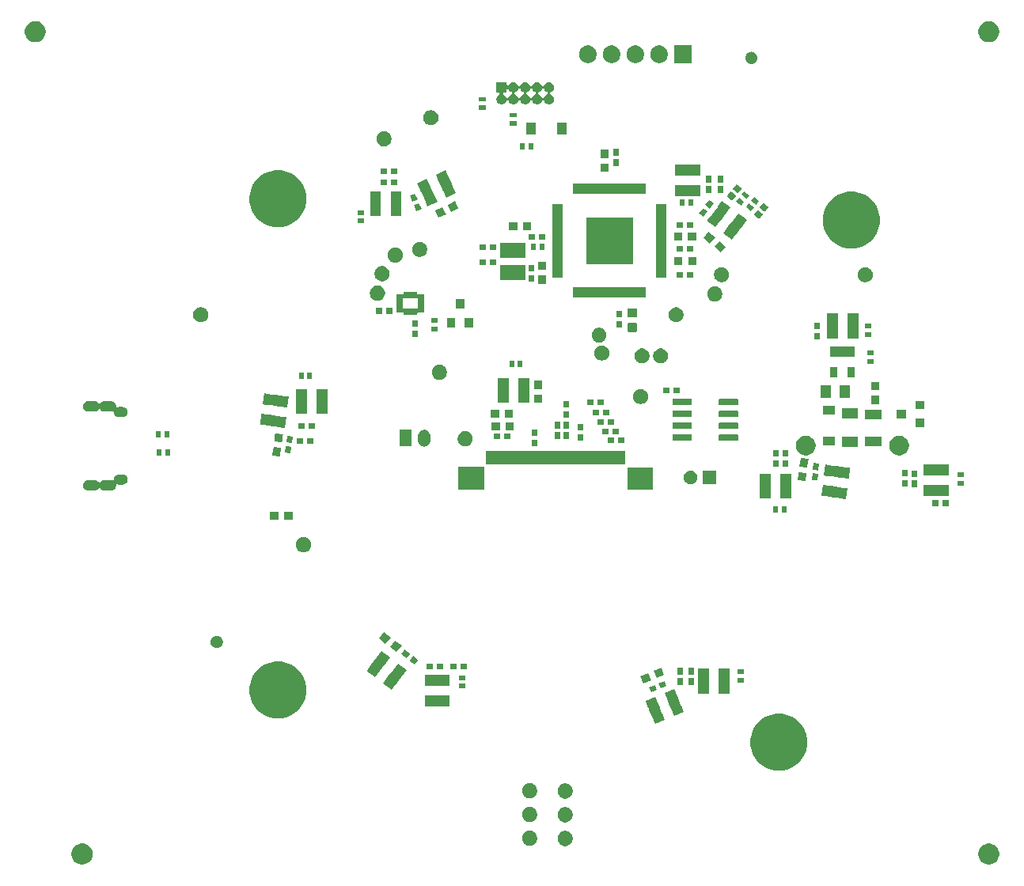
<source format=gbr>
G04 #@! TF.GenerationSoftware,KiCad,Pcbnew,(5.1.2)-2*
G04 #@! TF.CreationDate,2019-10-03T15:28:12-06:00*
G04 #@! TF.ProjectId,MagSensor,4d616753-656e-4736-9f72-2e6b69636164,rev?*
G04 #@! TF.SameCoordinates,Original*
G04 #@! TF.FileFunction,Soldermask,Bot*
G04 #@! TF.FilePolarity,Negative*
%FSLAX46Y46*%
G04 Gerber Fmt 4.6, Leading zero omitted, Abs format (unit mm)*
G04 Created by KiCad (PCBNEW (5.1.2)-2) date 2019-10-03 15:28:12*
%MOMM*%
%LPD*%
G04 APERTURE LIST*
%ADD10C,0.100000*%
G04 APERTURE END LIST*
D10*
G36*
X173542565Y-169602301D02*
G01*
X173651238Y-169623917D01*
X173855975Y-169708722D01*
X174040233Y-169831840D01*
X174196932Y-169988539D01*
X174320050Y-170172797D01*
X174404855Y-170377534D01*
X174448088Y-170594881D01*
X174448088Y-170816487D01*
X174404855Y-171033834D01*
X174320050Y-171238571D01*
X174196932Y-171422829D01*
X174040233Y-171579528D01*
X173855975Y-171702646D01*
X173651238Y-171787451D01*
X173542564Y-171809068D01*
X173433892Y-171830684D01*
X173212284Y-171830684D01*
X173103612Y-171809068D01*
X172994938Y-171787451D01*
X172790201Y-171702646D01*
X172605943Y-171579528D01*
X172449244Y-171422829D01*
X172326126Y-171238571D01*
X172241321Y-171033834D01*
X172198088Y-170816487D01*
X172198088Y-170594881D01*
X172241321Y-170377534D01*
X172326126Y-170172797D01*
X172449244Y-169988539D01*
X172605943Y-169831840D01*
X172790201Y-169708722D01*
X172994938Y-169623917D01*
X173103611Y-169602301D01*
X173212284Y-169580684D01*
X173433892Y-169580684D01*
X173542565Y-169602301D01*
X173542565Y-169602301D01*
G37*
G36*
X76542565Y-169602301D02*
G01*
X76651238Y-169623917D01*
X76855975Y-169708722D01*
X77040233Y-169831840D01*
X77196932Y-169988539D01*
X77320050Y-170172797D01*
X77404855Y-170377534D01*
X77448088Y-170594881D01*
X77448088Y-170816487D01*
X77404855Y-171033834D01*
X77320050Y-171238571D01*
X77196932Y-171422829D01*
X77040233Y-171579528D01*
X76855975Y-171702646D01*
X76651238Y-171787451D01*
X76542564Y-171809068D01*
X76433892Y-171830684D01*
X76212284Y-171830684D01*
X76103612Y-171809068D01*
X75994938Y-171787451D01*
X75790201Y-171702646D01*
X75605943Y-171579528D01*
X75449244Y-171422829D01*
X75326126Y-171238571D01*
X75241321Y-171033834D01*
X75198088Y-170816487D01*
X75198088Y-170594881D01*
X75241321Y-170377534D01*
X75326126Y-170172797D01*
X75449244Y-169988539D01*
X75605943Y-169831840D01*
X75790201Y-169708722D01*
X75994938Y-169623917D01*
X76103611Y-169602301D01*
X76212284Y-169580684D01*
X76433892Y-169580684D01*
X76542565Y-169602301D01*
X76542565Y-169602301D01*
G37*
G36*
X128248940Y-168273888D02*
G01*
X128396713Y-168335098D01*
X128396714Y-168335099D01*
X128529708Y-168423962D01*
X128642810Y-168537064D01*
X128702187Y-168625928D01*
X128731674Y-168670059D01*
X128792884Y-168817832D01*
X128824088Y-168974708D01*
X128824088Y-169134660D01*
X128792884Y-169291536D01*
X128731674Y-169439309D01*
X128731673Y-169439310D01*
X128642810Y-169572304D01*
X128529708Y-169685406D01*
X128441613Y-169744269D01*
X128396713Y-169774270D01*
X128248940Y-169835480D01*
X128092064Y-169866684D01*
X127932112Y-169866684D01*
X127775236Y-169835480D01*
X127627463Y-169774270D01*
X127582563Y-169744269D01*
X127494468Y-169685406D01*
X127381366Y-169572304D01*
X127292503Y-169439310D01*
X127292502Y-169439309D01*
X127231292Y-169291536D01*
X127200088Y-169134660D01*
X127200088Y-168974708D01*
X127231292Y-168817832D01*
X127292502Y-168670059D01*
X127321989Y-168625928D01*
X127381366Y-168537064D01*
X127494468Y-168423962D01*
X127627462Y-168335099D01*
X127627463Y-168335098D01*
X127775236Y-168273888D01*
X127932112Y-168242684D01*
X128092064Y-168242684D01*
X128248940Y-168273888D01*
X128248940Y-168273888D01*
G37*
G36*
X124438940Y-168243888D02*
G01*
X124586713Y-168305098D01*
X124586714Y-168305099D01*
X124719708Y-168393962D01*
X124832810Y-168507064D01*
X124892187Y-168595928D01*
X124921674Y-168640059D01*
X124982884Y-168787832D01*
X125014088Y-168944708D01*
X125014088Y-169104660D01*
X124982884Y-169261536D01*
X124921674Y-169409309D01*
X124901628Y-169439310D01*
X124832810Y-169542304D01*
X124719708Y-169655406D01*
X124674809Y-169685406D01*
X124586713Y-169744270D01*
X124438940Y-169805480D01*
X124282064Y-169836684D01*
X124122112Y-169836684D01*
X123965236Y-169805480D01*
X123817463Y-169744270D01*
X123729367Y-169685406D01*
X123684468Y-169655406D01*
X123571366Y-169542304D01*
X123502548Y-169439310D01*
X123482502Y-169409309D01*
X123421292Y-169261536D01*
X123390088Y-169104660D01*
X123390088Y-168944708D01*
X123421292Y-168787832D01*
X123482502Y-168640059D01*
X123511989Y-168595928D01*
X123571366Y-168507064D01*
X123684468Y-168393962D01*
X123817462Y-168305099D01*
X123817463Y-168305098D01*
X123965236Y-168243888D01*
X124122112Y-168212684D01*
X124282064Y-168212684D01*
X124438940Y-168243888D01*
X124438940Y-168243888D01*
G37*
G36*
X128248940Y-165733888D02*
G01*
X128396713Y-165795098D01*
X128396714Y-165795099D01*
X128529708Y-165883962D01*
X128642810Y-165997064D01*
X128702187Y-166085928D01*
X128731674Y-166130059D01*
X128792884Y-166277832D01*
X128824088Y-166434708D01*
X128824088Y-166594660D01*
X128792884Y-166751536D01*
X128731674Y-166899309D01*
X128731673Y-166899310D01*
X128642810Y-167032304D01*
X128529708Y-167145406D01*
X128441613Y-167204269D01*
X128396713Y-167234270D01*
X128248940Y-167295480D01*
X128092064Y-167326684D01*
X127932112Y-167326684D01*
X127775236Y-167295480D01*
X127627463Y-167234270D01*
X127582563Y-167204269D01*
X127494468Y-167145406D01*
X127381366Y-167032304D01*
X127292503Y-166899310D01*
X127292502Y-166899309D01*
X127231292Y-166751536D01*
X127200088Y-166594660D01*
X127200088Y-166434708D01*
X127231292Y-166277832D01*
X127292502Y-166130059D01*
X127321989Y-166085928D01*
X127381366Y-165997064D01*
X127494468Y-165883962D01*
X127627462Y-165795099D01*
X127627463Y-165795098D01*
X127775236Y-165733888D01*
X127932112Y-165702684D01*
X128092064Y-165702684D01*
X128248940Y-165733888D01*
X128248940Y-165733888D01*
G37*
G36*
X124438940Y-165703888D02*
G01*
X124586713Y-165765098D01*
X124586714Y-165765099D01*
X124719708Y-165853962D01*
X124832810Y-165967064D01*
X124892187Y-166055928D01*
X124921674Y-166100059D01*
X124982884Y-166247832D01*
X125014088Y-166404708D01*
X125014088Y-166564660D01*
X124982884Y-166721536D01*
X124921674Y-166869309D01*
X124901628Y-166899310D01*
X124832810Y-167002304D01*
X124719708Y-167115406D01*
X124674809Y-167145406D01*
X124586713Y-167204270D01*
X124438940Y-167265480D01*
X124282064Y-167296684D01*
X124122112Y-167296684D01*
X123965236Y-167265480D01*
X123817463Y-167204270D01*
X123729367Y-167145406D01*
X123684468Y-167115406D01*
X123571366Y-167002304D01*
X123502548Y-166899310D01*
X123482502Y-166869309D01*
X123421292Y-166721536D01*
X123390088Y-166564660D01*
X123390088Y-166404708D01*
X123421292Y-166247832D01*
X123482502Y-166100059D01*
X123511989Y-166055928D01*
X123571366Y-165967064D01*
X123684468Y-165853962D01*
X123817462Y-165765099D01*
X123817463Y-165765098D01*
X123965236Y-165703888D01*
X124122112Y-165672684D01*
X124282064Y-165672684D01*
X124438940Y-165703888D01*
X124438940Y-165703888D01*
G37*
G36*
X128248940Y-163193888D02*
G01*
X128396713Y-163255098D01*
X128396714Y-163255099D01*
X128529708Y-163343962D01*
X128642810Y-163457064D01*
X128702187Y-163545928D01*
X128731674Y-163590059D01*
X128792884Y-163737832D01*
X128824088Y-163894708D01*
X128824088Y-164054660D01*
X128792884Y-164211536D01*
X128731674Y-164359309D01*
X128731673Y-164359310D01*
X128642810Y-164492304D01*
X128529708Y-164605406D01*
X128441613Y-164664269D01*
X128396713Y-164694270D01*
X128248940Y-164755480D01*
X128092064Y-164786684D01*
X127932112Y-164786684D01*
X127775236Y-164755480D01*
X127627463Y-164694270D01*
X127582563Y-164664269D01*
X127494468Y-164605406D01*
X127381366Y-164492304D01*
X127292503Y-164359310D01*
X127292502Y-164359309D01*
X127231292Y-164211536D01*
X127200088Y-164054660D01*
X127200088Y-163894708D01*
X127231292Y-163737832D01*
X127292502Y-163590059D01*
X127321989Y-163545928D01*
X127381366Y-163457064D01*
X127494468Y-163343962D01*
X127627462Y-163255099D01*
X127627463Y-163255098D01*
X127775236Y-163193888D01*
X127932112Y-163162684D01*
X128092064Y-163162684D01*
X128248940Y-163193888D01*
X128248940Y-163193888D01*
G37*
G36*
X124438940Y-163163888D02*
G01*
X124586713Y-163225098D01*
X124586714Y-163225099D01*
X124719708Y-163313962D01*
X124832810Y-163427064D01*
X124892187Y-163515928D01*
X124921674Y-163560059D01*
X124982884Y-163707832D01*
X125014088Y-163864708D01*
X125014088Y-164024660D01*
X124982884Y-164181536D01*
X124921674Y-164329309D01*
X124901628Y-164359310D01*
X124832810Y-164462304D01*
X124719708Y-164575406D01*
X124674809Y-164605406D01*
X124586713Y-164664270D01*
X124438940Y-164725480D01*
X124282064Y-164756684D01*
X124122112Y-164756684D01*
X123965236Y-164725480D01*
X123817463Y-164664270D01*
X123729367Y-164605406D01*
X123684468Y-164575406D01*
X123571366Y-164462304D01*
X123502548Y-164359310D01*
X123482502Y-164329309D01*
X123421292Y-164181536D01*
X123390088Y-164024660D01*
X123390088Y-163864708D01*
X123421292Y-163707832D01*
X123482502Y-163560059D01*
X123511989Y-163515928D01*
X123571366Y-163427064D01*
X123684468Y-163313962D01*
X123817462Y-163225099D01*
X123817463Y-163225098D01*
X123965236Y-163163888D01*
X124122112Y-163132684D01*
X124282064Y-163132684D01*
X124438940Y-163163888D01*
X124438940Y-163163888D01*
G37*
G36*
X151260251Y-155716679D02*
G01*
X151765652Y-155817209D01*
X152320717Y-156047125D01*
X152820262Y-156380910D01*
X153245090Y-156805738D01*
X153578875Y-157305283D01*
X153808791Y-157860348D01*
X153926000Y-158449601D01*
X153926000Y-159050399D01*
X153808791Y-159639652D01*
X153578875Y-160194717D01*
X153245090Y-160694262D01*
X152820262Y-161119090D01*
X152320717Y-161452875D01*
X151765652Y-161682791D01*
X151260251Y-161783321D01*
X151176400Y-161800000D01*
X150575600Y-161800000D01*
X150491749Y-161783321D01*
X149986348Y-161682791D01*
X149431283Y-161452875D01*
X148931738Y-161119090D01*
X148506910Y-160694262D01*
X148173125Y-160194717D01*
X147943209Y-159639652D01*
X147826000Y-159050399D01*
X147826000Y-158449601D01*
X147943209Y-157860348D01*
X148173125Y-157305283D01*
X148506910Y-156805738D01*
X148931738Y-156380910D01*
X149431283Y-156047125D01*
X149986348Y-155817209D01*
X150491749Y-155716679D01*
X150575600Y-155700000D01*
X151176400Y-155700000D01*
X151260251Y-155716679D01*
X151260251Y-155716679D01*
G37*
G36*
X137991241Y-154678057D02*
G01*
X137991245Y-154678065D01*
X138039077Y-154793541D01*
X138161236Y-155088459D01*
X138354791Y-155555742D01*
X138402626Y-155671226D01*
X138689638Y-156364135D01*
X137617938Y-156808048D01*
X137283091Y-155999655D01*
X137089005Y-155531089D01*
X136967377Y-155237454D01*
X136938675Y-155168161D01*
X136938671Y-155168153D01*
X136821669Y-154885684D01*
X136603827Y-154359768D01*
X137675527Y-153915855D01*
X137991241Y-154678057D01*
X137991241Y-154678057D01*
G37*
G36*
X97666251Y-150128679D02*
G01*
X98171652Y-150229209D01*
X98726717Y-150459125D01*
X99226262Y-150792910D01*
X99651090Y-151217738D01*
X99984875Y-151717283D01*
X100214791Y-152272348D01*
X100332000Y-152861601D01*
X100332000Y-153462399D01*
X100214791Y-154051652D01*
X99984875Y-154606717D01*
X99651090Y-155106262D01*
X99226262Y-155531090D01*
X98726717Y-155864875D01*
X98171652Y-156094791D01*
X97666251Y-156195321D01*
X97582400Y-156212000D01*
X96981600Y-156212000D01*
X96897749Y-156195321D01*
X96392348Y-156094791D01*
X95837283Y-155864875D01*
X95337738Y-155531090D01*
X94912910Y-155106262D01*
X94579125Y-154606717D01*
X94349209Y-154051652D01*
X94232000Y-153462399D01*
X94232000Y-152861601D01*
X94349209Y-152272348D01*
X94579125Y-151717283D01*
X94912910Y-151217738D01*
X95337738Y-150792910D01*
X95837283Y-150459125D01*
X96392348Y-150229209D01*
X96897749Y-150128679D01*
X96981600Y-150112000D01*
X97582400Y-150112000D01*
X97666251Y-150128679D01*
X97666251Y-150128679D01*
G37*
G36*
X140023776Y-153836153D02*
G01*
X140071611Y-153951637D01*
X140113039Y-154051652D01*
X140387325Y-154713839D01*
X140387329Y-154713847D01*
X140435161Y-154829323D01*
X140722173Y-155522232D01*
X139650473Y-155966145D01*
X139334759Y-155203943D01*
X139334755Y-155203935D01*
X139179586Y-154829323D01*
X138999911Y-154395550D01*
X138971209Y-154326258D01*
X138636362Y-153517865D01*
X139708062Y-153073952D01*
X140023776Y-153836153D01*
X140023776Y-153836153D01*
G37*
G36*
X115648088Y-154885684D02*
G01*
X112998088Y-154885684D01*
X112998088Y-153725684D01*
X115648088Y-153725684D01*
X115648088Y-154885684D01*
X115648088Y-154885684D01*
G37*
G36*
X143403088Y-153530684D02*
G01*
X142243088Y-153530684D01*
X142243088Y-150880684D01*
X143403088Y-150880684D01*
X143403088Y-153530684D01*
X143403088Y-153530684D01*
G37*
G36*
X145603088Y-153530684D02*
G01*
X144443088Y-153530684D01*
X144443088Y-150880684D01*
X145603088Y-150880684D01*
X145603088Y-153530684D01*
X145603088Y-153530684D01*
G37*
G36*
X137843117Y-153149385D02*
G01*
X137196401Y-153417263D01*
X136966791Y-152862935D01*
X137613507Y-152595057D01*
X137843117Y-153149385D01*
X137843117Y-153149385D01*
G37*
G36*
X110728686Y-150792911D02*
G01*
X111034442Y-151027526D01*
X110780983Y-151357841D01*
X110577871Y-151622541D01*
X110532214Y-151682043D01*
X110501777Y-151721709D01*
X110456119Y-151781212D01*
X109999548Y-152376227D01*
X109923467Y-152475378D01*
X109923453Y-152475394D01*
X109877795Y-152534897D01*
X109421224Y-153129912D01*
X108500935Y-152423749D01*
X109033593Y-151729575D01*
X109033601Y-151729566D01*
X109581487Y-151015546D01*
X110114152Y-150321363D01*
X110114153Y-150321363D01*
X110728686Y-150792911D01*
X110728686Y-150792911D01*
G37*
G36*
X138859385Y-152728433D02*
G01*
X138212669Y-152996311D01*
X137983059Y-152441983D01*
X138629775Y-152174105D01*
X138859385Y-152728433D01*
X138859385Y-152728433D01*
G37*
G36*
X117313088Y-152990684D02*
G01*
X116613088Y-152990684D01*
X116613088Y-152490684D01*
X117313088Y-152490684D01*
X117313088Y-152990684D01*
X117313088Y-152990684D01*
G37*
G36*
X115648088Y-152685684D02*
G01*
X112998088Y-152685684D01*
X112998088Y-151525684D01*
X115648088Y-151525684D01*
X115648088Y-152685684D01*
X115648088Y-152685684D01*
G37*
G36*
X141774088Y-152605684D02*
G01*
X141174088Y-152605684D01*
X141174088Y-151905684D01*
X141774088Y-151905684D01*
X141774088Y-152605684D01*
X141774088Y-152605684D01*
G37*
G36*
X140631088Y-152605684D02*
G01*
X140031088Y-152605684D01*
X140031088Y-151905684D01*
X140631088Y-151905684D01*
X140631088Y-152605684D01*
X140631088Y-152605684D01*
G37*
G36*
X137228564Y-152143138D02*
G01*
X136397073Y-152487553D01*
X136071792Y-151702256D01*
X136903283Y-151357841D01*
X137228564Y-152143138D01*
X137228564Y-152143138D01*
G37*
G36*
X147158088Y-152355684D02*
G01*
X146458088Y-152355684D01*
X146458088Y-151855684D01*
X147158088Y-151855684D01*
X147158088Y-152355684D01*
X147158088Y-152355684D01*
G37*
G36*
X117313088Y-152090684D02*
G01*
X116613088Y-152090684D01*
X116613088Y-151590684D01*
X117313088Y-151590684D01*
X117313088Y-152090684D01*
X117313088Y-152090684D01*
G37*
G36*
X138614384Y-151569112D02*
G01*
X137782893Y-151913527D01*
X137457612Y-151128230D01*
X138289103Y-150783815D01*
X138614384Y-151569112D01*
X138614384Y-151569112D01*
G37*
G36*
X109289065Y-149688251D02*
G01*
X108873974Y-150229209D01*
X108832494Y-150283266D01*
X108756407Y-150382425D01*
X108756399Y-150382434D01*
X108208513Y-151096454D01*
X108178076Y-151136120D01*
X107675848Y-151790637D01*
X107675847Y-151790637D01*
X106755558Y-151084474D01*
X106866659Y-150939684D01*
X107268665Y-150415779D01*
X107866533Y-149636622D01*
X107866547Y-149636606D01*
X108114242Y-149313804D01*
X108368776Y-148982088D01*
X109289065Y-149688251D01*
X109289065Y-149688251D01*
G37*
G36*
X141774088Y-151505684D02*
G01*
X141174088Y-151505684D01*
X141174088Y-150805684D01*
X141774088Y-150805684D01*
X141774088Y-151505684D01*
X141774088Y-151505684D01*
G37*
G36*
X140631088Y-151505684D02*
G01*
X140031088Y-151505684D01*
X140031088Y-150805684D01*
X140631088Y-150805684D01*
X140631088Y-151505684D01*
X140631088Y-151505684D01*
G37*
G36*
X147158088Y-151455684D02*
G01*
X146458088Y-151455684D01*
X146458088Y-150955684D01*
X147158088Y-150955684D01*
X147158088Y-151455684D01*
X147158088Y-151455684D01*
G37*
G36*
X114942088Y-150939684D02*
G01*
X114242088Y-150939684D01*
X114242088Y-150339684D01*
X114942088Y-150339684D01*
X114942088Y-150939684D01*
X114942088Y-150939684D01*
G37*
G36*
X113842088Y-150939684D02*
G01*
X113142088Y-150939684D01*
X113142088Y-150339684D01*
X113842088Y-150339684D01*
X113842088Y-150939684D01*
X113842088Y-150939684D01*
G37*
G36*
X116382088Y-150939684D02*
G01*
X115682088Y-150939684D01*
X115682088Y-150339684D01*
X116382088Y-150339684D01*
X116382088Y-150939684D01*
X116382088Y-150939684D01*
G37*
G36*
X117482088Y-150939684D02*
G01*
X116782088Y-150939684D01*
X116782088Y-150339684D01*
X117482088Y-150339684D01*
X117482088Y-150939684D01*
X117482088Y-150939684D01*
G37*
G36*
X112271734Y-149933563D02*
G01*
X112271734Y-149933564D01*
X112233461Y-149983442D01*
X111906477Y-150409576D01*
X111351130Y-149983443D01*
X111351130Y-149983442D01*
X111541174Y-149735773D01*
X111716387Y-149507430D01*
X112271734Y-149933563D01*
X112271734Y-149933563D01*
G37*
G36*
X111399046Y-149263925D02*
G01*
X111399046Y-149263926D01*
X111360773Y-149313804D01*
X111033789Y-149739938D01*
X110478442Y-149313805D01*
X110478442Y-149313804D01*
X110732977Y-148982088D01*
X110843699Y-148837792D01*
X111399046Y-149263925D01*
X111399046Y-149263925D01*
G37*
G36*
X110513851Y-148441593D02*
G01*
X110513851Y-148441594D01*
X109996403Y-149115944D01*
X109282385Y-148568059D01*
X109282385Y-148568058D01*
X109799833Y-147893708D01*
X110513851Y-148441593D01*
X110513851Y-148441593D01*
G37*
G36*
X90870826Y-147372337D02*
G01*
X90912686Y-147380663D01*
X90961684Y-147400959D01*
X91030977Y-147429661D01*
X91030978Y-147429662D01*
X91137439Y-147500796D01*
X91227976Y-147591333D01*
X91270460Y-147654916D01*
X91299111Y-147697795D01*
X91348109Y-147816087D01*
X91373088Y-147941663D01*
X91373088Y-148069705D01*
X91348109Y-148195281D01*
X91299111Y-148313573D01*
X91299110Y-148313574D01*
X91227976Y-148420035D01*
X91137439Y-148510572D01*
X91066304Y-148558102D01*
X91030977Y-148581707D01*
X90961684Y-148610409D01*
X90912686Y-148630705D01*
X90870826Y-148639031D01*
X90787109Y-148655684D01*
X90659067Y-148655684D01*
X90575350Y-148639031D01*
X90533490Y-148630705D01*
X90484492Y-148610409D01*
X90415199Y-148581707D01*
X90379872Y-148558102D01*
X90308737Y-148510572D01*
X90218200Y-148420035D01*
X90147066Y-148313574D01*
X90147065Y-148313573D01*
X90098067Y-148195281D01*
X90073088Y-148069705D01*
X90073088Y-147941663D01*
X90098067Y-147816087D01*
X90147065Y-147697795D01*
X90175716Y-147654916D01*
X90218200Y-147591333D01*
X90308737Y-147500796D01*
X90415198Y-147429662D01*
X90415199Y-147429661D01*
X90484492Y-147400959D01*
X90533490Y-147380663D01*
X90575350Y-147372337D01*
X90659067Y-147355684D01*
X90787109Y-147355684D01*
X90870826Y-147372337D01*
X90870826Y-147372337D01*
G37*
G36*
X109323821Y-147528451D02*
G01*
X109323821Y-147528452D01*
X108806373Y-148202802D01*
X108092355Y-147654917D01*
X108092355Y-147654916D01*
X108609803Y-146980566D01*
X109323821Y-147528451D01*
X109323821Y-147528451D01*
G37*
G36*
X100240940Y-136823288D02*
G01*
X100388713Y-136884498D01*
X100388714Y-136884499D01*
X100521708Y-136973362D01*
X100634810Y-137086464D01*
X100694187Y-137175328D01*
X100723674Y-137219459D01*
X100784884Y-137367232D01*
X100816088Y-137524108D01*
X100816088Y-137684060D01*
X100784884Y-137840936D01*
X100723674Y-137988709D01*
X100723673Y-137988710D01*
X100634810Y-138121704D01*
X100521708Y-138234806D01*
X100432844Y-138294183D01*
X100388713Y-138323670D01*
X100240940Y-138384880D01*
X100084064Y-138416084D01*
X99924112Y-138416084D01*
X99767236Y-138384880D01*
X99619463Y-138323670D01*
X99575332Y-138294183D01*
X99486468Y-138234806D01*
X99373366Y-138121704D01*
X99284503Y-137988710D01*
X99284502Y-137988709D01*
X99223292Y-137840936D01*
X99192088Y-137684060D01*
X99192088Y-137524108D01*
X99223292Y-137367232D01*
X99284502Y-137219459D01*
X99313989Y-137175328D01*
X99373366Y-137086464D01*
X99486468Y-136973362D01*
X99619462Y-136884499D01*
X99619463Y-136884498D01*
X99767236Y-136823288D01*
X99924112Y-136792084D01*
X100084064Y-136792084D01*
X100240940Y-136823288D01*
X100240940Y-136823288D01*
G37*
G36*
X97323088Y-134930684D02*
G01*
X96423088Y-134930684D01*
X96423088Y-134080684D01*
X97323088Y-134080684D01*
X97323088Y-134930684D01*
X97323088Y-134930684D01*
G37*
G36*
X98823088Y-134930684D02*
G01*
X97923088Y-134930684D01*
X97923088Y-134080684D01*
X98823088Y-134080684D01*
X98823088Y-134930684D01*
X98823088Y-134930684D01*
G37*
G36*
X151680888Y-134174884D02*
G01*
X151180888Y-134174884D01*
X151180888Y-133474884D01*
X151680888Y-133474884D01*
X151680888Y-134174884D01*
X151680888Y-134174884D01*
G37*
G36*
X150780888Y-134174884D02*
G01*
X150280888Y-134174884D01*
X150280888Y-133474884D01*
X150780888Y-133474884D01*
X150780888Y-134174884D01*
X150780888Y-134174884D01*
G37*
G36*
X169094888Y-133464484D02*
G01*
X168394888Y-133464484D01*
X168394888Y-132864484D01*
X169094888Y-132864484D01*
X169094888Y-133464484D01*
X169094888Y-133464484D01*
G37*
G36*
X167994888Y-133464484D02*
G01*
X167294888Y-133464484D01*
X167294888Y-132864484D01*
X167994888Y-132864484D01*
X167994888Y-133464484D01*
X167994888Y-133464484D01*
G37*
G36*
X156332448Y-131323085D02*
G01*
X156332448Y-131323086D01*
X156406857Y-131332486D01*
X156406867Y-131332486D01*
X156949013Y-131400975D01*
X157274957Y-131442151D01*
X157398970Y-131457818D01*
X157819486Y-131510942D01*
X158217466Y-131561218D01*
X158217466Y-131561219D01*
X158217467Y-131561219D01*
X158072081Y-132712071D01*
X158072080Y-132712071D01*
X157327994Y-132618072D01*
X157327994Y-132618071D01*
X157203981Y-132602405D01*
X156786120Y-132549616D01*
X156385485Y-132499005D01*
X156385485Y-132499004D01*
X156311076Y-132489604D01*
X156311066Y-132489604D01*
X155894671Y-132437001D01*
X155442976Y-132379939D01*
X155442976Y-132379938D01*
X155442975Y-132379938D01*
X155588361Y-131229086D01*
X155588362Y-131229086D01*
X156332448Y-131323085D01*
X156332448Y-131323085D01*
G37*
G36*
X152171088Y-132660684D02*
G01*
X151011088Y-132660684D01*
X151011088Y-130010684D01*
X152171088Y-130010684D01*
X152171088Y-132660684D01*
X152171088Y-132660684D01*
G37*
G36*
X149971088Y-132660684D02*
G01*
X148811088Y-132660684D01*
X148811088Y-130010684D01*
X149971088Y-130010684D01*
X149971088Y-132660684D01*
X149971088Y-132660684D01*
G37*
G36*
X169013515Y-132362663D02*
G01*
X166363515Y-132362663D01*
X166363515Y-131202663D01*
X169013515Y-131202663D01*
X169013515Y-132362663D01*
X169013515Y-132362663D01*
G37*
G36*
X80710200Y-130075417D02*
G01*
X80764067Y-130080722D01*
X80840766Y-130103989D01*
X80867746Y-130112173D01*
X80963286Y-130163240D01*
X81047038Y-130231974D01*
X81115772Y-130315726D01*
X81166839Y-130411266D01*
X81166840Y-130411270D01*
X81198290Y-130514945D01*
X81208909Y-130622764D01*
X81198290Y-130730583D01*
X81180799Y-130788243D01*
X81166839Y-130834262D01*
X81115772Y-130929802D01*
X81115770Y-130929805D01*
X81115769Y-130929806D01*
X81047038Y-131013554D01*
X81004858Y-131048171D01*
X80963286Y-131082288D01*
X80867746Y-131133355D01*
X80846021Y-131139945D01*
X80764067Y-131164806D01*
X80710200Y-131170111D01*
X80683267Y-131172764D01*
X80229229Y-131172764D01*
X80148428Y-131164806D01*
X80118095Y-131155604D01*
X80094062Y-131150823D01*
X80069558Y-131150823D01*
X80045524Y-131155603D01*
X80022885Y-131164980D01*
X80002511Y-131178594D01*
X79985184Y-131195921D01*
X79971570Y-131216295D01*
X79962193Y-131238934D01*
X79957412Y-131262967D01*
X79948290Y-131355583D01*
X79927874Y-131422884D01*
X79916839Y-131459262D01*
X79865772Y-131554802D01*
X79865770Y-131554805D01*
X79865769Y-131554806D01*
X79860506Y-131561219D01*
X79797038Y-131638554D01*
X79713286Y-131707288D01*
X79617746Y-131758355D01*
X79590766Y-131766539D01*
X79514067Y-131789806D01*
X79460200Y-131795111D01*
X79433267Y-131797764D01*
X78679229Y-131797764D01*
X78652296Y-131795111D01*
X78598429Y-131789806D01*
X78521730Y-131766539D01*
X78494750Y-131758355D01*
X78399210Y-131707288D01*
X78315455Y-131638552D01*
X78277874Y-131592759D01*
X78260547Y-131575432D01*
X78240172Y-131561818D01*
X78217534Y-131552440D01*
X78193500Y-131547660D01*
X78168996Y-131547660D01*
X78144963Y-131552440D01*
X78122324Y-131561818D01*
X78101950Y-131575431D01*
X78084622Y-131592759D01*
X78047041Y-131638552D01*
X77963286Y-131707288D01*
X77867746Y-131758355D01*
X77840766Y-131766539D01*
X77764067Y-131789806D01*
X77710200Y-131795111D01*
X77683267Y-131797764D01*
X76929229Y-131797764D01*
X76902296Y-131795111D01*
X76848429Y-131789806D01*
X76771730Y-131766539D01*
X76744750Y-131758355D01*
X76649210Y-131707288D01*
X76565458Y-131638554D01*
X76501990Y-131561219D01*
X76496727Y-131554806D01*
X76496726Y-131554805D01*
X76496724Y-131554802D01*
X76445657Y-131459262D01*
X76434622Y-131422884D01*
X76414206Y-131355583D01*
X76403587Y-131247764D01*
X76414206Y-131139945D01*
X76437473Y-131063246D01*
X76445657Y-131036266D01*
X76496724Y-130940726D01*
X76565458Y-130856974D01*
X76602116Y-130826889D01*
X76649206Y-130788243D01*
X76649207Y-130788242D01*
X76649210Y-130788240D01*
X76744750Y-130737173D01*
X76771730Y-130728989D01*
X76848429Y-130705722D01*
X76902296Y-130700417D01*
X76929229Y-130697764D01*
X77683267Y-130697764D01*
X77710200Y-130700417D01*
X77764067Y-130705722D01*
X77840766Y-130728989D01*
X77867746Y-130737173D01*
X77963286Y-130788240D01*
X78047041Y-130856976D01*
X78084622Y-130902769D01*
X78101949Y-130920096D01*
X78122324Y-130933710D01*
X78144962Y-130943088D01*
X78168996Y-130947868D01*
X78193500Y-130947868D01*
X78217533Y-130943088D01*
X78240172Y-130933710D01*
X78260546Y-130920097D01*
X78277874Y-130902769D01*
X78315455Y-130856976D01*
X78399210Y-130788240D01*
X78494750Y-130737173D01*
X78521730Y-130728989D01*
X78598429Y-130705722D01*
X78652296Y-130700417D01*
X78679229Y-130697764D01*
X79433267Y-130697764D01*
X79514068Y-130705722D01*
X79544401Y-130714924D01*
X79568434Y-130719705D01*
X79592938Y-130719705D01*
X79616972Y-130714925D01*
X79639611Y-130705548D01*
X79659985Y-130691934D01*
X79677312Y-130674607D01*
X79690926Y-130654233D01*
X79700303Y-130631594D01*
X79705084Y-130607561D01*
X79714206Y-130514947D01*
X79714206Y-130514945D01*
X79745656Y-130411270D01*
X79745657Y-130411266D01*
X79796724Y-130315726D01*
X79865458Y-130231974D01*
X79949210Y-130163240D01*
X80044750Y-130112173D01*
X80071730Y-130103989D01*
X80148429Y-130080722D01*
X80202296Y-130075417D01*
X80229229Y-130072764D01*
X80683267Y-130072764D01*
X80710200Y-130075417D01*
X80710200Y-130075417D01*
G37*
G36*
X119343088Y-131735684D02*
G01*
X116593088Y-131735684D01*
X116593088Y-129305684D01*
X119343088Y-129305684D01*
X119343088Y-131735684D01*
X119343088Y-131735684D01*
G37*
G36*
X137393088Y-131720684D02*
G01*
X134643088Y-131720684D01*
X134643088Y-129320684D01*
X137393088Y-129320684D01*
X137393088Y-131720684D01*
X137393088Y-131720684D01*
G37*
G36*
X165675488Y-131448284D02*
G01*
X165075488Y-131448284D01*
X165075488Y-130748284D01*
X165675488Y-130748284D01*
X165675488Y-131448284D01*
X165675488Y-131448284D01*
G37*
G36*
X164634088Y-131422884D02*
G01*
X164034088Y-131422884D01*
X164034088Y-130722884D01*
X164634088Y-130722884D01*
X164634088Y-131422884D01*
X164634088Y-131422884D01*
G37*
G36*
X170654715Y-131273863D02*
G01*
X169954715Y-131273863D01*
X169954715Y-130773863D01*
X170654715Y-130773863D01*
X170654715Y-131273863D01*
X170654715Y-131273863D01*
G37*
G36*
X141634563Y-129708545D02*
G01*
X141766504Y-129763196D01*
X141885248Y-129842539D01*
X141986233Y-129943524D01*
X142065576Y-130062268D01*
X142120227Y-130194209D01*
X142148088Y-130334276D01*
X142148088Y-130477092D01*
X142120227Y-130617159D01*
X142065576Y-130749100D01*
X141986233Y-130867844D01*
X141885248Y-130968829D01*
X141766504Y-131048172D01*
X141634563Y-131102823D01*
X141494496Y-131130684D01*
X141351680Y-131130684D01*
X141211613Y-131102823D01*
X141079672Y-131048172D01*
X140960928Y-130968829D01*
X140859943Y-130867844D01*
X140780600Y-130749100D01*
X140725949Y-130617159D01*
X140698088Y-130477092D01*
X140698088Y-130334276D01*
X140725949Y-130194209D01*
X140780600Y-130062268D01*
X140859943Y-129943524D01*
X140960928Y-129842539D01*
X141079672Y-129763196D01*
X141211613Y-129708545D01*
X141351680Y-129680684D01*
X141494496Y-129680684D01*
X141634563Y-129708545D01*
X141634563Y-129708545D01*
G37*
G36*
X144148088Y-131130684D02*
G01*
X142698088Y-131130684D01*
X142698088Y-129680684D01*
X144148088Y-129680684D01*
X144148088Y-131130684D01*
X144148088Y-131130684D01*
G37*
G36*
X153846937Y-129933984D02*
G01*
X153846937Y-129933985D01*
X153830731Y-130062268D01*
X153746304Y-130730581D01*
X153734137Y-130826888D01*
X153734137Y-130826889D01*
X152890839Y-130720356D01*
X152894430Y-130691934D01*
X152967670Y-130112172D01*
X153003639Y-129827451D01*
X153846937Y-129933984D01*
X153846937Y-129933984D01*
G37*
G36*
X155056257Y-130047707D02*
G01*
X154968524Y-130742187D01*
X154968523Y-130742187D01*
X154616879Y-130697764D01*
X154373253Y-130666987D01*
X154460986Y-129972507D01*
X154460987Y-129972507D01*
X155056257Y-130047707D01*
X155056257Y-130047707D01*
G37*
G36*
X156608182Y-129140432D02*
G01*
X156608182Y-129140433D01*
X156732195Y-129156099D01*
X157150056Y-129208888D01*
X157550691Y-129259499D01*
X157550691Y-129259500D01*
X157625100Y-129268900D01*
X157625110Y-129268900D01*
X158035020Y-129320684D01*
X158493200Y-129378565D01*
X158493200Y-129378566D01*
X158493201Y-129378566D01*
X158347815Y-130529418D01*
X158347814Y-130529418D01*
X157603728Y-130435419D01*
X157603728Y-130435418D01*
X157529319Y-130426018D01*
X157529309Y-130426018D01*
X156987163Y-130357529D01*
X156661219Y-130316353D01*
X156537206Y-130300686D01*
X156116690Y-130247562D01*
X155718710Y-130197286D01*
X155718710Y-130197285D01*
X155718709Y-130197285D01*
X155864095Y-129046433D01*
X155864096Y-129046433D01*
X156608182Y-129140432D01*
X156608182Y-129140432D01*
G37*
G36*
X170654715Y-130373863D02*
G01*
X169954715Y-130373863D01*
X169954715Y-129873863D01*
X170654715Y-129873863D01*
X170654715Y-130373863D01*
X170654715Y-130373863D01*
G37*
G36*
X165675488Y-130348284D02*
G01*
X165075488Y-130348284D01*
X165075488Y-129648284D01*
X165675488Y-129648284D01*
X165675488Y-130348284D01*
X165675488Y-130348284D01*
G37*
G36*
X164634088Y-130322884D02*
G01*
X164034088Y-130322884D01*
X164034088Y-129622884D01*
X164634088Y-129622884D01*
X164634088Y-130322884D01*
X164634088Y-130322884D01*
G37*
G36*
X169013515Y-130162663D02*
G01*
X166363515Y-130162663D01*
X166363515Y-129002663D01*
X169013515Y-129002663D01*
X169013515Y-130162663D01*
X169013515Y-130162663D01*
G37*
G36*
X155194123Y-128956381D02*
G01*
X155106390Y-129650861D01*
X155106389Y-129650861D01*
X154808755Y-129613261D01*
X154511119Y-129575661D01*
X154598852Y-128881181D01*
X154598853Y-128881181D01*
X155194123Y-128956381D01*
X155194123Y-128956381D01*
G37*
G36*
X154034937Y-128445812D02*
G01*
X153932145Y-129259499D01*
X153922137Y-129338716D01*
X153922137Y-129338717D01*
X153078839Y-129232184D01*
X153191639Y-128339279D01*
X154034937Y-128445812D01*
X154034937Y-128445812D01*
G37*
G36*
X151832488Y-129289284D02*
G01*
X151232488Y-129289284D01*
X151232488Y-128589284D01*
X151832488Y-128589284D01*
X151832488Y-129289284D01*
X151832488Y-129289284D01*
G37*
G36*
X150841888Y-129289284D02*
G01*
X150241888Y-129289284D01*
X150241888Y-128589284D01*
X150841888Y-128589284D01*
X150841888Y-129289284D01*
X150841888Y-129289284D01*
G37*
G36*
X134443088Y-129045684D02*
G01*
X119543088Y-129045684D01*
X119543088Y-127545684D01*
X134443088Y-127545684D01*
X134443088Y-129045684D01*
X134443088Y-129045684D01*
G37*
G36*
X151832488Y-128189284D02*
G01*
X151232488Y-128189284D01*
X151232488Y-127489284D01*
X151832488Y-127489284D01*
X151832488Y-128189284D01*
X151832488Y-128189284D01*
G37*
G36*
X150841888Y-128189284D02*
G01*
X150241888Y-128189284D01*
X150241888Y-127489284D01*
X150841888Y-127489284D01*
X150841888Y-128189284D01*
X150841888Y-128189284D01*
G37*
G36*
X97636737Y-127266984D02*
G01*
X97530962Y-128104284D01*
X97523937Y-128159888D01*
X97523937Y-128159889D01*
X96680639Y-128053356D01*
X96696160Y-127930498D01*
X96793439Y-127160452D01*
X96793439Y-127160451D01*
X97636737Y-127266984D01*
X97636737Y-127266984D01*
G37*
G36*
X85709888Y-128104284D02*
G01*
X85209888Y-128104284D01*
X85209888Y-127404284D01*
X85709888Y-127404284D01*
X85709888Y-128104284D01*
X85709888Y-128104284D01*
G37*
G36*
X84809888Y-128104284D02*
G01*
X84309888Y-128104284D01*
X84309888Y-127404284D01*
X84809888Y-127404284D01*
X84809888Y-128104284D01*
X84809888Y-128104284D01*
G37*
G36*
X163878687Y-125955027D02*
G01*
X164056274Y-125990350D01*
X164247362Y-126069502D01*
X164419336Y-126184411D01*
X164565589Y-126330664D01*
X164680498Y-126502638D01*
X164759650Y-126693726D01*
X164800000Y-126896584D01*
X164800000Y-127103416D01*
X164759650Y-127306274D01*
X164680498Y-127497362D01*
X164565589Y-127669336D01*
X164419336Y-127815589D01*
X164247362Y-127930498D01*
X164056274Y-128009650D01*
X163878687Y-128044973D01*
X163853417Y-128050000D01*
X163646583Y-128050000D01*
X163621313Y-128044973D01*
X163443726Y-128009650D01*
X163252638Y-127930498D01*
X163080664Y-127815589D01*
X162934411Y-127669336D01*
X162819502Y-127497362D01*
X162740350Y-127306274D01*
X162700000Y-127103416D01*
X162700000Y-126896584D01*
X162740350Y-126693726D01*
X162819502Y-126502638D01*
X162934411Y-126330664D01*
X163080664Y-126184411D01*
X163252638Y-126069502D01*
X163443726Y-125990350D01*
X163621313Y-125955027D01*
X163646583Y-125950000D01*
X163853417Y-125950000D01*
X163878687Y-125955027D01*
X163878687Y-125955027D01*
G37*
G36*
X153878687Y-125955027D02*
G01*
X154056274Y-125990350D01*
X154247362Y-126069502D01*
X154419336Y-126184411D01*
X154565589Y-126330664D01*
X154680498Y-126502638D01*
X154759650Y-126693726D01*
X154800000Y-126896584D01*
X154800000Y-127103416D01*
X154759650Y-127306274D01*
X154680498Y-127497362D01*
X154565589Y-127669336D01*
X154419336Y-127815589D01*
X154247362Y-127930498D01*
X154056274Y-128009650D01*
X153878687Y-128044973D01*
X153853417Y-128050000D01*
X153646583Y-128050000D01*
X153621313Y-128044973D01*
X153443726Y-128009650D01*
X153252638Y-127930498D01*
X153080664Y-127815589D01*
X152934411Y-127669336D01*
X152819502Y-127497362D01*
X152740350Y-127306274D01*
X152700000Y-127103416D01*
X152700000Y-126896584D01*
X152740350Y-126693726D01*
X152819502Y-126502638D01*
X152934411Y-126330664D01*
X153080664Y-126184411D01*
X153252638Y-126069502D01*
X153443726Y-125990350D01*
X153621313Y-125955027D01*
X153646583Y-125950000D01*
X153853417Y-125950000D01*
X153878687Y-125955027D01*
X153878687Y-125955027D01*
G37*
G36*
X98384757Y-127087684D02*
G01*
X98693657Y-127126707D01*
X98605924Y-127821187D01*
X98605923Y-127821187D01*
X98010653Y-127745987D01*
X98098386Y-127051507D01*
X98098387Y-127051507D01*
X98384757Y-127087684D01*
X98384757Y-127087684D01*
G37*
G36*
X159316688Y-127111884D02*
G01*
X157616688Y-127111884D01*
X157616688Y-126011884D01*
X159316688Y-126011884D01*
X159316688Y-127111884D01*
X159316688Y-127111884D01*
G37*
G36*
X113039085Y-125313964D02*
G01*
X113050510Y-125315089D01*
X113111772Y-125333673D01*
X113173035Y-125352257D01*
X113285955Y-125412614D01*
X113384931Y-125493841D01*
X113466158Y-125592816D01*
X113526515Y-125705736D01*
X113535600Y-125735684D01*
X113563683Y-125828261D01*
X113564589Y-125837462D01*
X113573088Y-125923752D01*
X113573088Y-126487616D01*
X113563683Y-126583106D01*
X113526515Y-126705632D01*
X113466158Y-126818552D01*
X113384931Y-126917527D01*
X113285956Y-126998754D01*
X113173036Y-127059111D01*
X113161257Y-127062684D01*
X113050511Y-127096279D01*
X113039086Y-127097404D01*
X112923088Y-127108829D01*
X112807091Y-127097404D01*
X112795666Y-127096279D01*
X112684920Y-127062684D01*
X112673141Y-127059111D01*
X112560221Y-126998754D01*
X112461246Y-126917527D01*
X112380018Y-126818552D01*
X112319661Y-126705632D01*
X112282493Y-126583106D01*
X112273088Y-126487616D01*
X112273088Y-125923753D01*
X112282493Y-125828263D01*
X112282494Y-125828261D01*
X112319661Y-125705738D01*
X112319661Y-125705737D01*
X112380018Y-125592817D01*
X112461245Y-125493841D01*
X112560220Y-125412614D01*
X112673140Y-125352257D01*
X112734403Y-125333673D01*
X112795665Y-125315089D01*
X112807090Y-125313964D01*
X112923088Y-125302539D01*
X113039085Y-125313964D01*
X113039085Y-125313964D01*
G37*
G36*
X111573088Y-127105684D02*
G01*
X110273088Y-127105684D01*
X110273088Y-125305684D01*
X111573088Y-125305684D01*
X111573088Y-127105684D01*
X111573088Y-127105684D01*
G37*
G36*
X117549940Y-125494888D02*
G01*
X117697713Y-125556098D01*
X117697714Y-125556099D01*
X117830708Y-125644962D01*
X117943810Y-125758064D01*
X117958924Y-125780684D01*
X118032674Y-125891059D01*
X118093884Y-126038832D01*
X118125088Y-126195708D01*
X118125088Y-126355660D01*
X118093884Y-126512536D01*
X118032674Y-126660309D01*
X118032673Y-126660310D01*
X117943810Y-126793304D01*
X117830708Y-126906406D01*
X117741844Y-126965783D01*
X117697713Y-126995270D01*
X117549940Y-127056480D01*
X117393064Y-127087684D01*
X117233112Y-127087684D01*
X117076236Y-127056480D01*
X116928463Y-126995270D01*
X116884332Y-126965783D01*
X116795468Y-126906406D01*
X116682366Y-126793304D01*
X116593503Y-126660310D01*
X116593502Y-126660309D01*
X116532292Y-126512536D01*
X116501088Y-126355660D01*
X116501088Y-126195708D01*
X116532292Y-126038832D01*
X116593502Y-125891059D01*
X116667252Y-125780684D01*
X116682366Y-125758064D01*
X116795468Y-125644962D01*
X116928462Y-125556099D01*
X116928463Y-125556098D01*
X117076236Y-125494888D01*
X117233112Y-125463684D01*
X117393064Y-125463684D01*
X117549940Y-125494888D01*
X117549940Y-125494888D01*
G37*
G36*
X125063088Y-127075684D02*
G01*
X124463088Y-127075684D01*
X124463088Y-126375684D01*
X125063088Y-126375684D01*
X125063088Y-127075684D01*
X125063088Y-127075684D01*
G37*
G36*
X161855888Y-127062684D02*
G01*
X160055888Y-127062684D01*
X160055888Y-126062684D01*
X161855888Y-126062684D01*
X161855888Y-127062684D01*
X161855888Y-127062684D01*
G37*
G36*
X156881488Y-127008684D02*
G01*
X155581488Y-127008684D01*
X155581488Y-126008684D01*
X156881488Y-126008684D01*
X156881488Y-127008684D01*
X156881488Y-127008684D01*
G37*
G36*
X101099088Y-126835084D02*
G01*
X100399088Y-126835084D01*
X100399088Y-126235084D01*
X101099088Y-126235084D01*
X101099088Y-126835084D01*
X101099088Y-126835084D01*
G37*
G36*
X99999088Y-126835084D02*
G01*
X99299088Y-126835084D01*
X99299088Y-126235084D01*
X99999088Y-126235084D01*
X99999088Y-126835084D01*
X99999088Y-126835084D01*
G37*
G36*
X98475065Y-125990350D02*
G01*
X98831523Y-126035381D01*
X98743790Y-126729861D01*
X98743789Y-126729861D01*
X98193236Y-126660310D01*
X98148519Y-126654661D01*
X98236252Y-125960181D01*
X98236253Y-125960181D01*
X98475065Y-125990350D01*
X98475065Y-125990350D01*
G37*
G36*
X133268088Y-126713164D02*
G01*
X132568088Y-126713164D01*
X132568088Y-126113164D01*
X133268088Y-126113164D01*
X133268088Y-126713164D01*
X133268088Y-126713164D01*
G37*
G36*
X134368088Y-126713164D02*
G01*
X133668088Y-126713164D01*
X133668088Y-126113164D01*
X134368088Y-126113164D01*
X134368088Y-126713164D01*
X134368088Y-126713164D01*
G37*
G36*
X97824737Y-125778812D02*
G01*
X97824737Y-125778813D01*
X97795293Y-126011884D01*
X97735573Y-126484622D01*
X97711937Y-126671716D01*
X97711937Y-126671717D01*
X96868639Y-126565184D01*
X96876783Y-126500721D01*
X96949670Y-125923759D01*
X96981439Y-125672279D01*
X97824737Y-125778812D01*
X97824737Y-125778812D01*
G37*
G36*
X146407415Y-125806838D02*
G01*
X146428410Y-125813207D01*
X146447752Y-125823546D01*
X146464710Y-125837462D01*
X146478626Y-125854420D01*
X146488965Y-125873762D01*
X146495334Y-125894757D01*
X146498088Y-125922722D01*
X146498088Y-126385446D01*
X146495334Y-126413411D01*
X146488965Y-126434406D01*
X146478626Y-126453748D01*
X146464710Y-126470706D01*
X146447752Y-126484622D01*
X146428410Y-126494961D01*
X146407415Y-126501330D01*
X146379450Y-126504084D01*
X144566726Y-126504084D01*
X144538761Y-126501330D01*
X144517766Y-126494961D01*
X144498424Y-126484622D01*
X144481466Y-126470706D01*
X144467550Y-126453748D01*
X144457211Y-126434406D01*
X144450842Y-126413411D01*
X144448088Y-126385446D01*
X144448088Y-125922722D01*
X144450842Y-125894757D01*
X144457211Y-125873762D01*
X144467550Y-125854420D01*
X144481466Y-125837462D01*
X144498424Y-125823546D01*
X144517766Y-125813207D01*
X144538761Y-125806838D01*
X144566726Y-125804084D01*
X146379450Y-125804084D01*
X146407415Y-125806838D01*
X146407415Y-125806838D01*
G37*
G36*
X141457415Y-125806838D02*
G01*
X141478410Y-125813207D01*
X141497752Y-125823546D01*
X141514710Y-125837462D01*
X141528626Y-125854420D01*
X141538965Y-125873762D01*
X141545334Y-125894757D01*
X141548088Y-125922722D01*
X141548088Y-126385446D01*
X141545334Y-126413411D01*
X141538965Y-126434406D01*
X141528626Y-126453748D01*
X141514710Y-126470706D01*
X141497752Y-126484622D01*
X141478410Y-126494961D01*
X141457415Y-126501330D01*
X141429450Y-126504084D01*
X139616726Y-126504084D01*
X139588761Y-126501330D01*
X139567766Y-126494961D01*
X139548424Y-126484622D01*
X139531466Y-126470706D01*
X139517550Y-126453748D01*
X139507211Y-126434406D01*
X139500842Y-126413411D01*
X139498088Y-126385446D01*
X139498088Y-125922722D01*
X139500842Y-125894757D01*
X139507211Y-125873762D01*
X139517550Y-125854420D01*
X139531466Y-125837462D01*
X139548424Y-125823546D01*
X139567766Y-125813207D01*
X139588761Y-125806838D01*
X139616726Y-125804084D01*
X141429450Y-125804084D01*
X141457415Y-125806838D01*
X141457415Y-125806838D01*
G37*
G36*
X129948088Y-126480684D02*
G01*
X129348088Y-126480684D01*
X129348088Y-125780684D01*
X129948088Y-125780684D01*
X129948088Y-126480684D01*
X129948088Y-126480684D01*
G37*
G36*
X121053088Y-126335684D02*
G01*
X120353088Y-126335684D01*
X120353088Y-125735684D01*
X121053088Y-125735684D01*
X121053088Y-126335684D01*
X121053088Y-126335684D01*
G37*
G36*
X122153088Y-126335684D02*
G01*
X121453088Y-126335684D01*
X121453088Y-125735684D01*
X122153088Y-125735684D01*
X122153088Y-126335684D01*
X122153088Y-126335684D01*
G37*
G36*
X128423088Y-126280684D02*
G01*
X127823088Y-126280684D01*
X127823088Y-125580684D01*
X128423088Y-125580684D01*
X128423088Y-126280684D01*
X128423088Y-126280684D01*
G37*
G36*
X127483008Y-126271764D02*
G01*
X126883008Y-126271764D01*
X126883008Y-125571764D01*
X127483008Y-125571764D01*
X127483008Y-126271764D01*
X127483008Y-126271764D01*
G37*
G36*
X84759088Y-126148484D02*
G01*
X84259088Y-126148484D01*
X84259088Y-125448484D01*
X84759088Y-125448484D01*
X84759088Y-126148484D01*
X84759088Y-126148484D01*
G37*
G36*
X85659088Y-126148484D02*
G01*
X85159088Y-126148484D01*
X85159088Y-125448484D01*
X85659088Y-125448484D01*
X85659088Y-126148484D01*
X85659088Y-126148484D01*
G37*
G36*
X125063088Y-125975684D02*
G01*
X124463088Y-125975684D01*
X124463088Y-125275684D01*
X125063088Y-125275684D01*
X125063088Y-125975684D01*
X125063088Y-125975684D01*
G37*
G36*
X133768088Y-125773364D02*
G01*
X133068088Y-125773364D01*
X133068088Y-125173364D01*
X133768088Y-125173364D01*
X133768088Y-125773364D01*
X133768088Y-125773364D01*
G37*
G36*
X132668088Y-125773364D02*
G01*
X131968088Y-125773364D01*
X131968088Y-125173364D01*
X132668088Y-125173364D01*
X132668088Y-125773364D01*
X132668088Y-125773364D01*
G37*
G36*
X122506488Y-125385284D02*
G01*
X121606488Y-125385284D01*
X121606488Y-124535284D01*
X122506488Y-124535284D01*
X122506488Y-125385284D01*
X122506488Y-125385284D01*
G37*
G36*
X121006488Y-125385284D02*
G01*
X120106488Y-125385284D01*
X120106488Y-124535284D01*
X121006488Y-124535284D01*
X121006488Y-125385284D01*
X121006488Y-125385284D01*
G37*
G36*
X129948088Y-125380684D02*
G01*
X129348088Y-125380684D01*
X129348088Y-124680684D01*
X129948088Y-124680684D01*
X129948088Y-125380684D01*
X129948088Y-125380684D01*
G37*
G36*
X141457415Y-124536838D02*
G01*
X141478410Y-124543207D01*
X141497752Y-124553546D01*
X141514710Y-124567462D01*
X141528626Y-124584420D01*
X141538965Y-124603762D01*
X141545334Y-124624757D01*
X141548088Y-124652722D01*
X141548088Y-125115446D01*
X141545334Y-125143411D01*
X141538965Y-125164406D01*
X141528626Y-125183748D01*
X141514710Y-125200706D01*
X141497752Y-125214622D01*
X141478410Y-125224961D01*
X141457415Y-125231330D01*
X141429450Y-125234084D01*
X139616726Y-125234084D01*
X139588761Y-125231330D01*
X139567766Y-125224961D01*
X139548424Y-125214622D01*
X139531466Y-125200706D01*
X139517550Y-125183748D01*
X139507211Y-125164406D01*
X139500842Y-125143411D01*
X139498088Y-125115446D01*
X139498088Y-124652722D01*
X139500842Y-124624757D01*
X139507211Y-124603762D01*
X139517550Y-124584420D01*
X139531466Y-124567462D01*
X139548424Y-124553546D01*
X139567766Y-124543207D01*
X139588761Y-124536838D01*
X139616726Y-124534084D01*
X141429450Y-124534084D01*
X141457415Y-124536838D01*
X141457415Y-124536838D01*
G37*
G36*
X146407415Y-124536838D02*
G01*
X146428410Y-124543207D01*
X146447752Y-124553546D01*
X146464710Y-124567462D01*
X146478626Y-124584420D01*
X146488965Y-124603762D01*
X146495334Y-124624757D01*
X146498088Y-124652722D01*
X146498088Y-125115446D01*
X146495334Y-125143411D01*
X146488965Y-125164406D01*
X146478626Y-125183748D01*
X146464710Y-125200706D01*
X146447752Y-125214622D01*
X146428410Y-125224961D01*
X146407415Y-125231330D01*
X146379450Y-125234084D01*
X144566726Y-125234084D01*
X144538761Y-125231330D01*
X144517766Y-125224961D01*
X144498424Y-125214622D01*
X144481466Y-125200706D01*
X144467550Y-125183748D01*
X144457211Y-125164406D01*
X144450842Y-125143411D01*
X144448088Y-125115446D01*
X144448088Y-124652722D01*
X144450842Y-124624757D01*
X144457211Y-124603762D01*
X144467550Y-124584420D01*
X144481466Y-124567462D01*
X144498424Y-124553546D01*
X144517766Y-124543207D01*
X144538761Y-124536838D01*
X144566726Y-124534084D01*
X146379450Y-124534084D01*
X146407415Y-124536838D01*
X146407415Y-124536838D01*
G37*
G36*
X100176888Y-125184084D02*
G01*
X99476888Y-125184084D01*
X99476888Y-124584084D01*
X100176888Y-124584084D01*
X100176888Y-125184084D01*
X100176888Y-125184084D01*
G37*
G36*
X101276888Y-125184084D02*
G01*
X100576888Y-125184084D01*
X100576888Y-124584084D01*
X101276888Y-124584084D01*
X101276888Y-125184084D01*
X101276888Y-125184084D01*
G37*
G36*
X128423088Y-125180684D02*
G01*
X127823088Y-125180684D01*
X127823088Y-124480684D01*
X128423088Y-124480684D01*
X128423088Y-125180684D01*
X128423088Y-125180684D01*
G37*
G36*
X127483008Y-125171764D02*
G01*
X126883008Y-125171764D01*
X126883008Y-124471764D01*
X127483008Y-124471764D01*
X127483008Y-125171764D01*
X127483008Y-125171764D01*
G37*
G36*
X96261360Y-123705833D02*
G01*
X96261360Y-123705834D01*
X96335769Y-123715234D01*
X96335779Y-123715234D01*
X96877925Y-123783723D01*
X97203869Y-123824899D01*
X97327882Y-123840566D01*
X97748398Y-123893690D01*
X98146378Y-123943966D01*
X98146378Y-123943967D01*
X98146379Y-123943967D01*
X98000993Y-125094819D01*
X98000992Y-125094819D01*
X97256906Y-125000820D01*
X97256906Y-125000819D01*
X97132893Y-124985153D01*
X96715032Y-124932364D01*
X96314397Y-124881753D01*
X96314397Y-124881752D01*
X96239988Y-124872352D01*
X96239978Y-124872352D01*
X95823583Y-124819749D01*
X95371888Y-124762687D01*
X95371888Y-124762686D01*
X95371887Y-124762686D01*
X95517273Y-123611834D01*
X95517274Y-123611834D01*
X96261360Y-123705833D01*
X96261360Y-123705833D01*
G37*
G36*
X166469088Y-125014084D02*
G01*
X165469088Y-125014084D01*
X165469088Y-124114084D01*
X166469088Y-124114084D01*
X166469088Y-125014084D01*
X166469088Y-125014084D01*
G37*
G36*
X133268088Y-124808164D02*
G01*
X132568088Y-124808164D01*
X132568088Y-124208164D01*
X133268088Y-124208164D01*
X133268088Y-124808164D01*
X133268088Y-124808164D01*
G37*
G36*
X132168088Y-124808164D02*
G01*
X131468088Y-124808164D01*
X131468088Y-124208164D01*
X132168088Y-124208164D01*
X132168088Y-124808164D01*
X132168088Y-124808164D01*
G37*
G36*
X161855888Y-124162684D02*
G01*
X160055888Y-124162684D01*
X160055888Y-123162684D01*
X161855888Y-123162684D01*
X161855888Y-124162684D01*
X161855888Y-124162684D01*
G37*
G36*
X159316688Y-124111884D02*
G01*
X157616688Y-124111884D01*
X157616688Y-123011884D01*
X159316688Y-123011884D01*
X159316688Y-124111884D01*
X159316688Y-124111884D01*
G37*
G36*
X164469088Y-124064084D02*
G01*
X163469088Y-124064084D01*
X163469088Y-123164084D01*
X164469088Y-123164084D01*
X164469088Y-124064084D01*
X164469088Y-124064084D01*
G37*
G36*
X128423088Y-124055684D02*
G01*
X127823088Y-124055684D01*
X127823088Y-123355684D01*
X128423088Y-123355684D01*
X128423088Y-124055684D01*
X128423088Y-124055684D01*
G37*
G36*
X122442288Y-123988284D02*
G01*
X121542288Y-123988284D01*
X121542288Y-123138284D01*
X122442288Y-123138284D01*
X122442288Y-123988284D01*
X122442288Y-123988284D01*
G37*
G36*
X120942288Y-123988284D02*
G01*
X120042288Y-123988284D01*
X120042288Y-123138284D01*
X120942288Y-123138284D01*
X120942288Y-123988284D01*
X120942288Y-123988284D01*
G37*
G36*
X77710200Y-122250417D02*
G01*
X77764067Y-122255722D01*
X77840766Y-122278989D01*
X77867746Y-122287173D01*
X77963286Y-122338240D01*
X78047041Y-122406976D01*
X78084622Y-122452769D01*
X78101949Y-122470096D01*
X78122324Y-122483710D01*
X78144962Y-122493088D01*
X78168996Y-122497868D01*
X78193500Y-122497868D01*
X78217533Y-122493088D01*
X78240172Y-122483710D01*
X78260546Y-122470097D01*
X78277874Y-122452769D01*
X78315455Y-122406976D01*
X78399210Y-122338240D01*
X78494750Y-122287173D01*
X78521730Y-122278989D01*
X78598429Y-122255722D01*
X78652296Y-122250417D01*
X78679229Y-122247764D01*
X79433267Y-122247764D01*
X79460200Y-122250417D01*
X79514067Y-122255722D01*
X79590766Y-122278989D01*
X79617746Y-122287173D01*
X79713286Y-122338240D01*
X79713289Y-122338242D01*
X79713290Y-122338243D01*
X79797038Y-122406974D01*
X79844361Y-122464636D01*
X79865772Y-122490726D01*
X79916839Y-122586266D01*
X79916840Y-122586270D01*
X79948290Y-122689945D01*
X79951698Y-122724544D01*
X79957412Y-122782561D01*
X79962193Y-122806594D01*
X79971570Y-122829233D01*
X79985184Y-122849607D01*
X80002511Y-122866934D01*
X80022885Y-122880548D01*
X80045524Y-122889925D01*
X80069558Y-122894705D01*
X80094062Y-122894705D01*
X80118095Y-122889924D01*
X80148428Y-122880722D01*
X80229229Y-122872764D01*
X80683267Y-122872764D01*
X80710200Y-122875417D01*
X80764067Y-122880722D01*
X80840766Y-122903989D01*
X80867746Y-122912173D01*
X80963286Y-122963240D01*
X80963289Y-122963242D01*
X80963290Y-122963243D01*
X81047038Y-123031974D01*
X81114425Y-123114084D01*
X81115772Y-123115726D01*
X81166839Y-123211266D01*
X81166840Y-123211270D01*
X81198290Y-123314945D01*
X81208909Y-123422764D01*
X81198290Y-123530583D01*
X81179391Y-123592884D01*
X81166839Y-123634262D01*
X81115772Y-123729802D01*
X81047038Y-123813554D01*
X80963286Y-123882288D01*
X80867746Y-123933355D01*
X80863671Y-123934591D01*
X80764067Y-123964806D01*
X80710200Y-123970111D01*
X80683267Y-123972764D01*
X80229229Y-123972764D01*
X80202296Y-123970111D01*
X80148429Y-123964806D01*
X80048825Y-123934591D01*
X80044750Y-123933355D01*
X79949210Y-123882288D01*
X79865458Y-123813554D01*
X79796724Y-123729802D01*
X79745657Y-123634262D01*
X79733105Y-123592884D01*
X79714206Y-123530583D01*
X79705084Y-123437967D01*
X79700303Y-123413934D01*
X79690926Y-123391295D01*
X79677312Y-123370921D01*
X79659985Y-123353594D01*
X79639611Y-123339980D01*
X79616972Y-123330603D01*
X79592938Y-123325823D01*
X79568434Y-123325823D01*
X79544401Y-123330604D01*
X79514068Y-123339806D01*
X79433267Y-123347764D01*
X78679229Y-123347764D01*
X78652296Y-123345111D01*
X78598429Y-123339806D01*
X78514744Y-123314420D01*
X78494750Y-123308355D01*
X78399210Y-123257288D01*
X78315455Y-123188552D01*
X78277874Y-123142759D01*
X78260547Y-123125432D01*
X78240172Y-123111818D01*
X78217534Y-123102440D01*
X78193500Y-123097660D01*
X78168996Y-123097660D01*
X78144963Y-123102440D01*
X78122324Y-123111818D01*
X78101950Y-123125431D01*
X78084622Y-123142759D01*
X78047041Y-123188552D01*
X77963286Y-123257288D01*
X77867746Y-123308355D01*
X77847752Y-123314420D01*
X77764067Y-123339806D01*
X77710200Y-123345111D01*
X77683267Y-123347764D01*
X76929229Y-123347764D01*
X76902296Y-123345111D01*
X76848429Y-123339806D01*
X76764744Y-123314420D01*
X76744750Y-123308355D01*
X76649210Y-123257288D01*
X76565458Y-123188554D01*
X76505686Y-123115722D01*
X76496727Y-123104806D01*
X76496726Y-123104805D01*
X76496724Y-123104802D01*
X76445657Y-123009262D01*
X76431697Y-122963243D01*
X76414206Y-122905583D01*
X76403587Y-122797764D01*
X76414206Y-122689945D01*
X76445656Y-122586270D01*
X76445657Y-122586266D01*
X76496724Y-122490726D01*
X76518136Y-122464636D01*
X76565458Y-122406974D01*
X76649206Y-122338243D01*
X76649207Y-122338242D01*
X76649210Y-122338240D01*
X76744750Y-122287173D01*
X76771730Y-122278989D01*
X76848429Y-122255722D01*
X76902296Y-122250417D01*
X76929229Y-122247764D01*
X77683267Y-122247764D01*
X77710200Y-122250417D01*
X77710200Y-122250417D01*
G37*
G36*
X141457415Y-123266838D02*
G01*
X141478410Y-123273207D01*
X141497752Y-123283546D01*
X141514710Y-123297462D01*
X141528626Y-123314420D01*
X141538965Y-123333762D01*
X141545334Y-123354757D01*
X141548088Y-123382722D01*
X141548088Y-123845446D01*
X141545334Y-123873411D01*
X141538965Y-123894406D01*
X141528626Y-123913748D01*
X141514710Y-123930706D01*
X141497752Y-123944622D01*
X141478410Y-123954961D01*
X141457415Y-123961330D01*
X141429450Y-123964084D01*
X139616726Y-123964084D01*
X139588761Y-123961330D01*
X139567766Y-123954961D01*
X139548424Y-123944622D01*
X139531466Y-123930706D01*
X139517550Y-123913748D01*
X139507211Y-123894406D01*
X139500842Y-123873411D01*
X139498088Y-123845446D01*
X139498088Y-123382722D01*
X139500842Y-123354757D01*
X139507211Y-123333762D01*
X139517550Y-123314420D01*
X139531466Y-123297462D01*
X139548424Y-123283546D01*
X139567766Y-123273207D01*
X139588761Y-123266838D01*
X139616726Y-123264084D01*
X141429450Y-123264084D01*
X141457415Y-123266838D01*
X141457415Y-123266838D01*
G37*
G36*
X146407415Y-123266838D02*
G01*
X146428410Y-123273207D01*
X146447752Y-123283546D01*
X146464710Y-123297462D01*
X146478626Y-123314420D01*
X146488965Y-123333762D01*
X146495334Y-123354757D01*
X146498088Y-123382722D01*
X146498088Y-123845446D01*
X146495334Y-123873411D01*
X146488965Y-123894406D01*
X146478626Y-123913748D01*
X146464710Y-123930706D01*
X146447752Y-123944622D01*
X146428410Y-123954961D01*
X146407415Y-123961330D01*
X146379450Y-123964084D01*
X144566726Y-123964084D01*
X144538761Y-123961330D01*
X144517766Y-123954961D01*
X144498424Y-123944622D01*
X144481466Y-123930706D01*
X144467550Y-123913748D01*
X144457211Y-123894406D01*
X144450842Y-123873411D01*
X144448088Y-123845446D01*
X144448088Y-123382722D01*
X144450842Y-123354757D01*
X144457211Y-123333762D01*
X144467550Y-123314420D01*
X144481466Y-123297462D01*
X144498424Y-123283546D01*
X144517766Y-123273207D01*
X144538761Y-123266838D01*
X144566726Y-123264084D01*
X146379450Y-123264084D01*
X146407415Y-123266838D01*
X146407415Y-123266838D01*
G37*
G36*
X131623088Y-123747284D02*
G01*
X130923088Y-123747284D01*
X130923088Y-123147284D01*
X131623088Y-123147284D01*
X131623088Y-123747284D01*
X131623088Y-123747284D01*
G37*
G36*
X132723088Y-123747284D02*
G01*
X132023088Y-123747284D01*
X132023088Y-123147284D01*
X132723088Y-123147284D01*
X132723088Y-123747284D01*
X132723088Y-123747284D01*
G37*
G36*
X156881488Y-123708684D02*
G01*
X155581488Y-123708684D01*
X155581488Y-122708684D01*
X156881488Y-122708684D01*
X156881488Y-123708684D01*
X156881488Y-123708684D01*
G37*
G36*
X102590288Y-123592884D02*
G01*
X101430288Y-123592884D01*
X101430288Y-120942884D01*
X102590288Y-120942884D01*
X102590288Y-123592884D01*
X102590288Y-123592884D01*
G37*
G36*
X100390288Y-123592884D02*
G01*
X99230288Y-123592884D01*
X99230288Y-120942884D01*
X100390288Y-120942884D01*
X100390288Y-123592884D01*
X100390288Y-123592884D01*
G37*
G36*
X166469088Y-123114084D02*
G01*
X165469088Y-123114084D01*
X165469088Y-122214084D01*
X166469088Y-122214084D01*
X166469088Y-123114084D01*
X166469088Y-123114084D01*
G37*
G36*
X128423088Y-122955684D02*
G01*
X127823088Y-122955684D01*
X127823088Y-122255684D01*
X128423088Y-122255684D01*
X128423088Y-122955684D01*
X128423088Y-122955684D01*
G37*
G36*
X96537094Y-121523180D02*
G01*
X96537094Y-121523181D01*
X96661107Y-121538847D01*
X97078968Y-121591636D01*
X97479603Y-121642247D01*
X97479603Y-121642248D01*
X97554012Y-121651648D01*
X97554022Y-121651648D01*
X97970417Y-121704251D01*
X98422112Y-121761313D01*
X98422112Y-121761314D01*
X98422113Y-121761314D01*
X98276727Y-122912166D01*
X98276726Y-122912166D01*
X97532640Y-122818167D01*
X97532640Y-122818166D01*
X97458231Y-122808766D01*
X97458221Y-122808766D01*
X96916075Y-122740277D01*
X96590131Y-122699101D01*
X96466118Y-122683434D01*
X96045602Y-122630310D01*
X95647622Y-122580034D01*
X95647622Y-122580033D01*
X95647621Y-122580033D01*
X95793007Y-121429181D01*
X95793008Y-121429181D01*
X96537094Y-121523180D01*
X96537094Y-121523180D01*
G37*
G36*
X146407415Y-121996838D02*
G01*
X146428410Y-122003207D01*
X146447752Y-122013546D01*
X146464710Y-122027462D01*
X146478626Y-122044420D01*
X146488965Y-122063762D01*
X146495334Y-122084757D01*
X146498088Y-122112722D01*
X146498088Y-122575446D01*
X146495334Y-122603411D01*
X146488965Y-122624406D01*
X146478626Y-122643748D01*
X146464710Y-122660706D01*
X146447752Y-122674622D01*
X146428410Y-122684961D01*
X146407415Y-122691330D01*
X146379450Y-122694084D01*
X144566726Y-122694084D01*
X144538761Y-122691330D01*
X144517766Y-122684961D01*
X144498424Y-122674622D01*
X144481466Y-122660706D01*
X144467550Y-122643748D01*
X144457211Y-122624406D01*
X144450842Y-122603411D01*
X144448088Y-122575446D01*
X144448088Y-122112722D01*
X144450842Y-122084757D01*
X144457211Y-122063762D01*
X144467550Y-122044420D01*
X144481466Y-122027462D01*
X144498424Y-122013546D01*
X144517766Y-122003207D01*
X144538761Y-121996838D01*
X144566726Y-121994084D01*
X146379450Y-121994084D01*
X146407415Y-121996838D01*
X146407415Y-121996838D01*
G37*
G36*
X141457415Y-121996838D02*
G01*
X141478410Y-122003207D01*
X141497752Y-122013546D01*
X141514710Y-122027462D01*
X141528626Y-122044420D01*
X141538965Y-122063762D01*
X141545334Y-122084757D01*
X141548088Y-122112722D01*
X141548088Y-122575446D01*
X141545334Y-122603411D01*
X141538965Y-122624406D01*
X141528626Y-122643748D01*
X141514710Y-122660706D01*
X141497752Y-122674622D01*
X141478410Y-122684961D01*
X141457415Y-122691330D01*
X141429450Y-122694084D01*
X139616726Y-122694084D01*
X139588761Y-122691330D01*
X139567766Y-122684961D01*
X139548424Y-122674622D01*
X139531466Y-122660706D01*
X139517550Y-122643748D01*
X139507211Y-122624406D01*
X139500842Y-122603411D01*
X139498088Y-122575446D01*
X139498088Y-122112722D01*
X139500842Y-122084757D01*
X139507211Y-122063762D01*
X139517550Y-122044420D01*
X139531466Y-122027462D01*
X139548424Y-122013546D01*
X139567766Y-122003207D01*
X139588761Y-121996838D01*
X139616726Y-121994084D01*
X141429450Y-121994084D01*
X141457415Y-121996838D01*
X141457415Y-121996838D01*
G37*
G36*
X131068088Y-122647284D02*
G01*
X130368088Y-122647284D01*
X130368088Y-122047284D01*
X131068088Y-122047284D01*
X131068088Y-122647284D01*
X131068088Y-122647284D01*
G37*
G36*
X132168088Y-122647284D02*
G01*
X131468088Y-122647284D01*
X131468088Y-122047284D01*
X132168088Y-122047284D01*
X132168088Y-122647284D01*
X132168088Y-122647284D01*
G37*
G36*
X161609488Y-122578884D02*
G01*
X160759488Y-122578884D01*
X160759488Y-121678884D01*
X161609488Y-121678884D01*
X161609488Y-122578884D01*
X161609488Y-122578884D01*
G37*
G36*
X136306439Y-120986427D02*
G01*
X136452029Y-121046732D01*
X136583058Y-121134283D01*
X136694489Y-121245714D01*
X136782040Y-121376743D01*
X136842345Y-121522333D01*
X136873088Y-121676890D01*
X136873088Y-121834478D01*
X136842345Y-121989035D01*
X136782040Y-122134625D01*
X136694489Y-122265654D01*
X136583058Y-122377085D01*
X136452029Y-122464636D01*
X136306439Y-122524941D01*
X136151882Y-122555684D01*
X135994294Y-122555684D01*
X135839737Y-122524941D01*
X135694147Y-122464636D01*
X135563118Y-122377085D01*
X135451687Y-122265654D01*
X135364136Y-122134625D01*
X135303831Y-121989035D01*
X135273088Y-121834478D01*
X135273088Y-121676890D01*
X135303831Y-121522333D01*
X135364136Y-121376743D01*
X135451687Y-121245714D01*
X135563118Y-121134283D01*
X135694147Y-121046732D01*
X135839737Y-120986427D01*
X135994294Y-120955684D01*
X136151882Y-120955684D01*
X136306439Y-120986427D01*
X136306439Y-120986427D01*
G37*
G36*
X125528088Y-122445684D02*
G01*
X124678088Y-122445684D01*
X124678088Y-121545684D01*
X125528088Y-121545684D01*
X125528088Y-122445684D01*
X125528088Y-122445684D01*
G37*
G36*
X121953088Y-122430684D02*
G01*
X120793088Y-122430684D01*
X120793088Y-119780684D01*
X121953088Y-119780684D01*
X121953088Y-122430684D01*
X121953088Y-122430684D01*
G37*
G36*
X124153088Y-122430684D02*
G01*
X122993088Y-122430684D01*
X122993088Y-119780684D01*
X124153088Y-119780684D01*
X124153088Y-122430684D01*
X124153088Y-122430684D01*
G37*
G36*
X158467288Y-121901484D02*
G01*
X157367288Y-121901484D01*
X157367288Y-120551484D01*
X158467288Y-120551484D01*
X158467288Y-121901484D01*
X158467288Y-121901484D01*
G37*
G36*
X156467288Y-121901484D02*
G01*
X155367288Y-121901484D01*
X155367288Y-120551484D01*
X156467288Y-120551484D01*
X156467288Y-121901484D01*
X156467288Y-121901484D01*
G37*
G36*
X139173088Y-121405684D02*
G01*
X138473088Y-121405684D01*
X138473088Y-120805684D01*
X139173088Y-120805684D01*
X139173088Y-121405684D01*
X139173088Y-121405684D01*
G37*
G36*
X140273088Y-121405684D02*
G01*
X139573088Y-121405684D01*
X139573088Y-120805684D01*
X140273088Y-120805684D01*
X140273088Y-121405684D01*
X140273088Y-121405684D01*
G37*
G36*
X161609488Y-121078884D02*
G01*
X160759488Y-121078884D01*
X160759488Y-120178884D01*
X161609488Y-120178884D01*
X161609488Y-121078884D01*
X161609488Y-121078884D01*
G37*
G36*
X125528088Y-120945684D02*
G01*
X124678088Y-120945684D01*
X124678088Y-120045684D01*
X125528088Y-120045684D01*
X125528088Y-120945684D01*
X125528088Y-120945684D01*
G37*
G36*
X114786940Y-118362888D02*
G01*
X114934713Y-118424098D01*
X114934714Y-118424099D01*
X115067708Y-118512962D01*
X115180810Y-118626064D01*
X115240187Y-118714928D01*
X115269674Y-118759059D01*
X115330884Y-118906832D01*
X115362088Y-119063708D01*
X115362088Y-119223660D01*
X115330884Y-119380536D01*
X115269674Y-119528309D01*
X115269673Y-119528310D01*
X115180810Y-119661304D01*
X115067708Y-119774406D01*
X114978844Y-119833783D01*
X114934713Y-119863270D01*
X114786940Y-119924480D01*
X114630064Y-119955684D01*
X114470112Y-119955684D01*
X114313236Y-119924480D01*
X114165463Y-119863270D01*
X114121332Y-119833783D01*
X114032468Y-119774406D01*
X113919366Y-119661304D01*
X113830503Y-119528310D01*
X113830502Y-119528309D01*
X113769292Y-119380536D01*
X113738088Y-119223660D01*
X113738088Y-119063708D01*
X113769292Y-118906832D01*
X113830502Y-118759059D01*
X113859989Y-118714928D01*
X113919366Y-118626064D01*
X114032468Y-118512962D01*
X114165462Y-118424099D01*
X114165463Y-118424098D01*
X114313236Y-118362888D01*
X114470112Y-118331684D01*
X114630064Y-118331684D01*
X114786940Y-118362888D01*
X114786940Y-118362888D01*
G37*
G36*
X100924488Y-119849284D02*
G01*
X100424488Y-119849284D01*
X100424488Y-119149284D01*
X100924488Y-119149284D01*
X100924488Y-119849284D01*
X100924488Y-119849284D01*
G37*
G36*
X100024488Y-119849284D02*
G01*
X99524488Y-119849284D01*
X99524488Y-119149284D01*
X100024488Y-119149284D01*
X100024488Y-119849284D01*
X100024488Y-119849284D01*
G37*
G36*
X157104288Y-119731484D02*
G01*
X156354288Y-119731484D01*
X156354288Y-118571484D01*
X157104288Y-118571484D01*
X157104288Y-119731484D01*
X157104288Y-119731484D01*
G37*
G36*
X159004288Y-119731484D02*
G01*
X158254288Y-119731484D01*
X158254288Y-118571484D01*
X159004288Y-118571484D01*
X159004288Y-119731484D01*
X159004288Y-119731484D01*
G37*
G36*
X123447088Y-118604684D02*
G01*
X122947088Y-118604684D01*
X122947088Y-117904684D01*
X123447088Y-117904684D01*
X123447088Y-118604684D01*
X123447088Y-118604684D01*
G37*
G36*
X122547088Y-118604684D02*
G01*
X122047088Y-118604684D01*
X122047088Y-117904684D01*
X122547088Y-117904684D01*
X122547088Y-118604684D01*
X122547088Y-118604684D01*
G37*
G36*
X161026488Y-118243484D02*
G01*
X160326488Y-118243484D01*
X160326488Y-117743484D01*
X161026488Y-117743484D01*
X161026488Y-118243484D01*
X161026488Y-118243484D01*
G37*
G36*
X138456439Y-116636427D02*
G01*
X138602029Y-116696732D01*
X138733058Y-116784283D01*
X138844489Y-116895714D01*
X138932040Y-117026743D01*
X138992345Y-117172333D01*
X139023088Y-117326890D01*
X139023088Y-117484478D01*
X138992345Y-117639035D01*
X138932040Y-117784625D01*
X138844489Y-117915654D01*
X138733058Y-118027085D01*
X138602029Y-118114636D01*
X138456439Y-118174941D01*
X138301882Y-118205684D01*
X138144294Y-118205684D01*
X137989737Y-118174941D01*
X137844147Y-118114636D01*
X137713118Y-118027085D01*
X137601687Y-117915654D01*
X137514136Y-117784625D01*
X137453831Y-117639035D01*
X137423088Y-117484478D01*
X137423088Y-117326890D01*
X137453831Y-117172333D01*
X137514136Y-117026743D01*
X137601687Y-116895714D01*
X137713118Y-116784283D01*
X137844147Y-116696732D01*
X137989737Y-116636427D01*
X138144294Y-116605684D01*
X138301882Y-116605684D01*
X138456439Y-116636427D01*
X138456439Y-116636427D01*
G37*
G36*
X136456439Y-116636427D02*
G01*
X136602029Y-116696732D01*
X136733058Y-116784283D01*
X136844489Y-116895714D01*
X136932040Y-117026743D01*
X136992345Y-117172333D01*
X137023088Y-117326890D01*
X137023088Y-117484478D01*
X136992345Y-117639035D01*
X136932040Y-117784625D01*
X136844489Y-117915654D01*
X136733058Y-118027085D01*
X136602029Y-118114636D01*
X136456439Y-118174941D01*
X136301882Y-118205684D01*
X136144294Y-118205684D01*
X135989737Y-118174941D01*
X135844147Y-118114636D01*
X135713118Y-118027085D01*
X135601687Y-117915654D01*
X135514136Y-117784625D01*
X135453831Y-117639035D01*
X135423088Y-117484478D01*
X135423088Y-117326890D01*
X135453831Y-117172333D01*
X135514136Y-117026743D01*
X135601687Y-116895714D01*
X135713118Y-116784283D01*
X135844147Y-116696732D01*
X135989737Y-116636427D01*
X136144294Y-116605684D01*
X136301882Y-116605684D01*
X136456439Y-116636427D01*
X136456439Y-116636427D01*
G37*
G36*
X132156439Y-116336427D02*
G01*
X132302029Y-116396732D01*
X132433058Y-116484283D01*
X132544489Y-116595714D01*
X132632040Y-116726743D01*
X132692345Y-116872333D01*
X132723088Y-117026890D01*
X132723088Y-117184478D01*
X132692345Y-117339035D01*
X132632040Y-117484625D01*
X132544489Y-117615654D01*
X132433058Y-117727085D01*
X132302029Y-117814636D01*
X132156439Y-117874941D01*
X132001882Y-117905684D01*
X131844294Y-117905684D01*
X131689737Y-117874941D01*
X131544147Y-117814636D01*
X131413118Y-117727085D01*
X131301687Y-117615654D01*
X131214136Y-117484625D01*
X131153831Y-117339035D01*
X131123088Y-117184478D01*
X131123088Y-117026890D01*
X131153831Y-116872333D01*
X131214136Y-116726743D01*
X131301687Y-116595714D01*
X131413118Y-116484283D01*
X131544147Y-116396732D01*
X131689737Y-116336427D01*
X131844294Y-116305684D01*
X132001882Y-116305684D01*
X132156439Y-116336427D01*
X132156439Y-116336427D01*
G37*
G36*
X159004288Y-117531484D02*
G01*
X156354288Y-117531484D01*
X156354288Y-116371484D01*
X159004288Y-116371484D01*
X159004288Y-117531484D01*
X159004288Y-117531484D01*
G37*
G36*
X161026488Y-117343484D02*
G01*
X160326488Y-117343484D01*
X160326488Y-116843484D01*
X161026488Y-116843484D01*
X161026488Y-117343484D01*
X161026488Y-117343484D01*
G37*
G36*
X131866439Y-114416427D02*
G01*
X132012029Y-114476732D01*
X132143058Y-114564283D01*
X132254489Y-114675714D01*
X132342040Y-114806743D01*
X132402345Y-114952333D01*
X132433088Y-115106890D01*
X132433088Y-115264478D01*
X132402345Y-115419035D01*
X132342040Y-115564625D01*
X132254489Y-115695654D01*
X132143058Y-115807085D01*
X132012029Y-115894636D01*
X131866439Y-115954941D01*
X131711882Y-115985684D01*
X131554294Y-115985684D01*
X131399737Y-115954941D01*
X131254147Y-115894636D01*
X131123118Y-115807085D01*
X131011687Y-115695654D01*
X130924136Y-115564625D01*
X130863831Y-115419035D01*
X130833088Y-115264478D01*
X130833088Y-115106890D01*
X130863831Y-114952333D01*
X130924136Y-114806743D01*
X131011687Y-114675714D01*
X131123118Y-114564283D01*
X131254147Y-114476732D01*
X131399737Y-114416427D01*
X131554294Y-114385684D01*
X131711882Y-114385684D01*
X131866439Y-114416427D01*
X131866439Y-114416427D01*
G37*
G36*
X155261488Y-115649484D02*
G01*
X154661488Y-115649484D01*
X154661488Y-114949484D01*
X155261488Y-114949484D01*
X155261488Y-115649484D01*
X155261488Y-115649484D01*
G37*
G36*
X159410088Y-115515684D02*
G01*
X158250088Y-115515684D01*
X158250088Y-112865684D01*
X159410088Y-112865684D01*
X159410088Y-115515684D01*
X159410088Y-115515684D01*
G37*
G36*
X157210088Y-115515684D02*
G01*
X156050088Y-115515684D01*
X156050088Y-112865684D01*
X157210088Y-112865684D01*
X157210088Y-115515684D01*
X157210088Y-115515684D01*
G37*
G36*
X112208488Y-115420884D02*
G01*
X111608488Y-115420884D01*
X111608488Y-114720884D01*
X112208488Y-114720884D01*
X112208488Y-115420884D01*
X112208488Y-115420884D01*
G37*
G36*
X160747088Y-115347884D02*
G01*
X160047088Y-115347884D01*
X160047088Y-114847884D01*
X160747088Y-114847884D01*
X160747088Y-115347884D01*
X160747088Y-115347884D01*
G37*
G36*
X135572079Y-113876359D02*
G01*
X135605967Y-113886639D01*
X135637200Y-113903334D01*
X135664574Y-113925798D01*
X135687038Y-113953172D01*
X135703733Y-113984405D01*
X135714013Y-114018293D01*
X135718088Y-114059672D01*
X135718088Y-114659896D01*
X135714013Y-114701275D01*
X135703733Y-114735163D01*
X135687038Y-114766396D01*
X135664574Y-114793770D01*
X135637200Y-114816234D01*
X135605967Y-114832929D01*
X135572079Y-114843209D01*
X135530700Y-114847284D01*
X134855476Y-114847284D01*
X134814097Y-114843209D01*
X134780209Y-114832929D01*
X134748976Y-114816234D01*
X134721602Y-114793770D01*
X134699138Y-114766396D01*
X134682443Y-114735163D01*
X134672163Y-114701275D01*
X134668088Y-114659896D01*
X134668088Y-114059672D01*
X134672163Y-114018293D01*
X134682443Y-113984405D01*
X134699138Y-113953172D01*
X134721602Y-113925798D01*
X134748976Y-113903334D01*
X134780209Y-113886639D01*
X134814097Y-113876359D01*
X134855476Y-113872284D01*
X135530700Y-113872284D01*
X135572079Y-113876359D01*
X135572079Y-113876359D01*
G37*
G36*
X114363088Y-114755684D02*
G01*
X113663088Y-114755684D01*
X113663088Y-114255684D01*
X114363088Y-114255684D01*
X114363088Y-114755684D01*
X114363088Y-114755684D01*
G37*
G36*
X155261488Y-114549484D02*
G01*
X154661488Y-114549484D01*
X154661488Y-113849484D01*
X155261488Y-113849484D01*
X155261488Y-114549484D01*
X155261488Y-114549484D01*
G37*
G36*
X160747088Y-114447884D02*
G01*
X160047088Y-114447884D01*
X160047088Y-113947884D01*
X160747088Y-113947884D01*
X160747088Y-114447884D01*
X160747088Y-114447884D01*
G37*
G36*
X116250248Y-114351484D02*
G01*
X115350248Y-114351484D01*
X115350248Y-113351484D01*
X116250248Y-113351484D01*
X116250248Y-114351484D01*
X116250248Y-114351484D01*
G37*
G36*
X118150248Y-114351484D02*
G01*
X117250248Y-114351484D01*
X117250248Y-113351484D01*
X118150248Y-113351484D01*
X118150248Y-114351484D01*
X118150248Y-114351484D01*
G37*
G36*
X134068088Y-114347284D02*
G01*
X133468088Y-114347284D01*
X133468088Y-113647284D01*
X134068088Y-113647284D01*
X134068088Y-114347284D01*
X134068088Y-114347284D01*
G37*
G36*
X112208488Y-114320884D02*
G01*
X111608488Y-114320884D01*
X111608488Y-113620884D01*
X112208488Y-113620884D01*
X112208488Y-114320884D01*
X112208488Y-114320884D01*
G37*
G36*
X114363088Y-113855684D02*
G01*
X113663088Y-113855684D01*
X113663088Y-113355684D01*
X114363088Y-113355684D01*
X114363088Y-113855684D01*
X114363088Y-113855684D01*
G37*
G36*
X89254940Y-112216488D02*
G01*
X89402713Y-112277698D01*
X89446844Y-112307185D01*
X89535708Y-112366562D01*
X89648810Y-112479664D01*
X89652156Y-112484672D01*
X89737674Y-112612659D01*
X89798884Y-112760432D01*
X89830088Y-112917308D01*
X89830088Y-113077260D01*
X89798884Y-113234136D01*
X89737674Y-113381909D01*
X89708187Y-113426040D01*
X89648810Y-113514904D01*
X89535708Y-113628006D01*
X89506856Y-113647284D01*
X89402713Y-113716870D01*
X89254940Y-113778080D01*
X89098064Y-113809284D01*
X88938112Y-113809284D01*
X88781236Y-113778080D01*
X88633463Y-113716870D01*
X88529320Y-113647284D01*
X88500468Y-113628006D01*
X88387366Y-113514904D01*
X88327989Y-113426040D01*
X88298502Y-113381909D01*
X88237292Y-113234136D01*
X88206088Y-113077260D01*
X88206088Y-112917308D01*
X88237292Y-112760432D01*
X88298502Y-112612659D01*
X88384020Y-112484672D01*
X88387366Y-112479664D01*
X88500468Y-112366562D01*
X88589332Y-112307185D01*
X88633463Y-112277698D01*
X88781236Y-112216488D01*
X88938112Y-112185284D01*
X89098064Y-112185284D01*
X89254940Y-112216488D01*
X89254940Y-112216488D01*
G37*
G36*
X140106439Y-112236427D02*
G01*
X140252029Y-112296732D01*
X140383058Y-112384283D01*
X140494489Y-112495714D01*
X140582040Y-112626743D01*
X140642345Y-112772333D01*
X140673088Y-112926890D01*
X140673088Y-113084478D01*
X140642345Y-113239035D01*
X140582040Y-113384625D01*
X140494489Y-113515654D01*
X140383058Y-113627085D01*
X140252029Y-113714636D01*
X140106439Y-113774941D01*
X139951882Y-113805684D01*
X139794294Y-113805684D01*
X139639737Y-113774941D01*
X139494147Y-113714636D01*
X139363118Y-113627085D01*
X139251687Y-113515654D01*
X139164136Y-113384625D01*
X139103831Y-113239035D01*
X139073088Y-113084478D01*
X139073088Y-112926890D01*
X139103831Y-112772333D01*
X139164136Y-112626743D01*
X139251687Y-112495714D01*
X139363118Y-112384283D01*
X139494147Y-112296732D01*
X139639737Y-112236427D01*
X139794294Y-112205684D01*
X139951882Y-112205684D01*
X140106439Y-112236427D01*
X140106439Y-112236427D01*
G37*
G36*
X135572079Y-112301359D02*
G01*
X135605967Y-112311639D01*
X135637200Y-112328334D01*
X135664574Y-112350798D01*
X135687038Y-112378172D01*
X135703733Y-112409405D01*
X135714013Y-112443293D01*
X135718088Y-112484672D01*
X135718088Y-113084896D01*
X135714013Y-113126275D01*
X135703733Y-113160163D01*
X135687038Y-113191396D01*
X135664574Y-113218770D01*
X135637200Y-113241234D01*
X135605967Y-113257929D01*
X135572079Y-113268209D01*
X135530700Y-113272284D01*
X134855476Y-113272284D01*
X134814097Y-113268209D01*
X134780209Y-113257929D01*
X134748976Y-113241234D01*
X134721602Y-113218770D01*
X134699138Y-113191396D01*
X134682443Y-113160163D01*
X134672163Y-113126275D01*
X134668088Y-113084896D01*
X134668088Y-112484672D01*
X134672163Y-112443293D01*
X134682443Y-112409405D01*
X134699138Y-112378172D01*
X134721602Y-112350798D01*
X134748976Y-112328334D01*
X134780209Y-112311639D01*
X134814097Y-112301359D01*
X134855476Y-112297284D01*
X135530700Y-112297284D01*
X135572079Y-112301359D01*
X135572079Y-112301359D01*
G37*
G36*
X134068088Y-113247284D02*
G01*
X133468088Y-113247284D01*
X133468088Y-112547284D01*
X134068088Y-112547284D01*
X134068088Y-113247284D01*
X134068088Y-113247284D01*
G37*
G36*
X112168088Y-110685685D02*
G01*
X112170490Y-110710071D01*
X112177603Y-110733520D01*
X112189154Y-110755131D01*
X112204699Y-110774073D01*
X112223641Y-110789618D01*
X112245252Y-110801169D01*
X112268701Y-110808282D01*
X112293087Y-110810684D01*
X112958088Y-110810684D01*
X112958088Y-112760684D01*
X112293087Y-112760684D01*
X112268701Y-112763086D01*
X112245252Y-112770199D01*
X112223641Y-112781750D01*
X112204699Y-112797295D01*
X112189154Y-112816237D01*
X112177603Y-112837848D01*
X112170490Y-112861297D01*
X112168088Y-112885683D01*
X112168088Y-113050684D01*
X110718088Y-113050684D01*
X110718088Y-112885683D01*
X110715686Y-112861297D01*
X110708573Y-112837848D01*
X110697022Y-112816237D01*
X110681477Y-112797295D01*
X110662535Y-112781750D01*
X110640924Y-112770199D01*
X110617475Y-112763086D01*
X110593089Y-112760684D01*
X109928088Y-112760684D01*
X109928088Y-111325683D01*
X110608088Y-111325683D01*
X110608088Y-112245685D01*
X110610490Y-112270071D01*
X110617603Y-112293520D01*
X110629154Y-112315131D01*
X110644699Y-112334073D01*
X110663641Y-112349618D01*
X110685252Y-112361169D01*
X110708701Y-112368282D01*
X110733087Y-112370684D01*
X112153089Y-112370684D01*
X112177475Y-112368282D01*
X112200924Y-112361169D01*
X112222535Y-112349618D01*
X112241477Y-112334073D01*
X112257022Y-112315131D01*
X112268573Y-112293520D01*
X112275686Y-112270071D01*
X112278088Y-112245685D01*
X112278088Y-111325683D01*
X112275686Y-111301297D01*
X112268573Y-111277848D01*
X112257022Y-111256237D01*
X112241477Y-111237295D01*
X112222535Y-111221750D01*
X112200924Y-111210199D01*
X112177475Y-111203086D01*
X112153089Y-111200684D01*
X110733087Y-111200684D01*
X110708701Y-111203086D01*
X110685252Y-111210199D01*
X110663641Y-111221750D01*
X110644699Y-111237295D01*
X110629154Y-111256237D01*
X110617603Y-111277848D01*
X110610490Y-111301297D01*
X110608088Y-111325683D01*
X109928088Y-111325683D01*
X109928088Y-110810684D01*
X110593089Y-110810684D01*
X110617475Y-110808282D01*
X110640924Y-110801169D01*
X110662535Y-110789618D01*
X110681477Y-110774073D01*
X110697022Y-110755131D01*
X110708573Y-110733520D01*
X110715686Y-110710071D01*
X110718088Y-110685685D01*
X110718088Y-110520684D01*
X112168088Y-110520684D01*
X112168088Y-110685685D01*
X112168088Y-110685685D01*
G37*
G36*
X109553088Y-112885684D02*
G01*
X108853088Y-112885684D01*
X108853088Y-112285684D01*
X109553088Y-112285684D01*
X109553088Y-112885684D01*
X109553088Y-112885684D01*
G37*
G36*
X108453088Y-112885684D02*
G01*
X107753088Y-112885684D01*
X107753088Y-112285684D01*
X108453088Y-112285684D01*
X108453088Y-112885684D01*
X108453088Y-112885684D01*
G37*
G36*
X117200248Y-112351484D02*
G01*
X116300248Y-112351484D01*
X116300248Y-111351484D01*
X117200248Y-111351484D01*
X117200248Y-112351484D01*
X117200248Y-112351484D01*
G37*
G36*
X144250940Y-109980888D02*
G01*
X144398713Y-110042098D01*
X144398714Y-110042099D01*
X144531708Y-110130962D01*
X144644810Y-110244064D01*
X144704187Y-110332928D01*
X144733674Y-110377059D01*
X144794884Y-110524832D01*
X144826088Y-110681708D01*
X144826088Y-110841660D01*
X144794884Y-110998536D01*
X144733674Y-111146309D01*
X144733673Y-111146310D01*
X144644810Y-111279304D01*
X144531708Y-111392406D01*
X144442844Y-111451783D01*
X144398713Y-111481270D01*
X144250940Y-111542480D01*
X144094064Y-111573684D01*
X143934112Y-111573684D01*
X143777236Y-111542480D01*
X143629463Y-111481270D01*
X143585332Y-111451783D01*
X143496468Y-111392406D01*
X143383366Y-111279304D01*
X143294503Y-111146310D01*
X143294502Y-111146309D01*
X143233292Y-110998536D01*
X143202088Y-110841660D01*
X143202088Y-110681708D01*
X143233292Y-110524832D01*
X143294502Y-110377059D01*
X143323989Y-110332928D01*
X143383366Y-110244064D01*
X143496468Y-110130962D01*
X143629462Y-110042099D01*
X143629463Y-110042098D01*
X143777236Y-109980888D01*
X143934112Y-109949684D01*
X144094064Y-109949684D01*
X144250940Y-109980888D01*
X144250940Y-109980888D01*
G37*
G36*
X108159940Y-109904888D02*
G01*
X108307713Y-109966098D01*
X108329849Y-109980889D01*
X108440708Y-110054962D01*
X108553810Y-110168064D01*
X108604591Y-110244064D01*
X108642674Y-110301059D01*
X108703884Y-110448832D01*
X108735088Y-110605708D01*
X108735088Y-110765660D01*
X108703884Y-110922536D01*
X108642674Y-111070309D01*
X108642673Y-111070310D01*
X108553810Y-111203304D01*
X108440708Y-111316406D01*
X108351844Y-111375783D01*
X108307713Y-111405270D01*
X108159940Y-111466480D01*
X108003064Y-111497684D01*
X107843112Y-111497684D01*
X107686236Y-111466480D01*
X107538463Y-111405270D01*
X107494332Y-111375783D01*
X107405468Y-111316406D01*
X107292366Y-111203304D01*
X107203503Y-111070310D01*
X107203502Y-111070309D01*
X107142292Y-110922536D01*
X107111088Y-110765660D01*
X107111088Y-110605708D01*
X107142292Y-110448832D01*
X107203502Y-110301059D01*
X107241585Y-110244064D01*
X107292366Y-110168064D01*
X107405468Y-110054962D01*
X107516327Y-109980889D01*
X107538463Y-109966098D01*
X107686236Y-109904888D01*
X107843112Y-109873684D01*
X108003064Y-109873684D01*
X108159940Y-109904888D01*
X108159940Y-109904888D01*
G37*
G36*
X136666258Y-111176286D02*
G01*
X128816258Y-111176286D01*
X128816258Y-110076286D01*
X136666258Y-110076286D01*
X136666258Y-111176286D01*
X136666258Y-111176286D01*
G37*
G36*
X125948088Y-109705684D02*
G01*
X125098088Y-109705684D01*
X125098088Y-108805684D01*
X125948088Y-108805684D01*
X125948088Y-109705684D01*
X125948088Y-109705684D01*
G37*
G36*
X160339940Y-107934888D02*
G01*
X160487713Y-107996098D01*
X160488663Y-107996733D01*
X160620708Y-108084962D01*
X160733810Y-108198064D01*
X160793187Y-108286928D01*
X160822674Y-108331059D01*
X160883884Y-108478832D01*
X160915088Y-108635708D01*
X160915088Y-108795660D01*
X160883884Y-108952536D01*
X160822674Y-109100309D01*
X160822673Y-109100310D01*
X160733810Y-109233304D01*
X160620708Y-109346406D01*
X160531844Y-109405783D01*
X160487713Y-109435270D01*
X160339940Y-109496480D01*
X160183064Y-109527684D01*
X160023112Y-109527684D01*
X159866236Y-109496480D01*
X159718463Y-109435270D01*
X159674332Y-109405783D01*
X159585468Y-109346406D01*
X159472366Y-109233304D01*
X159383503Y-109100310D01*
X159383502Y-109100309D01*
X159322292Y-108952536D01*
X159291088Y-108795660D01*
X159291088Y-108635708D01*
X159322292Y-108478832D01*
X159383502Y-108331059D01*
X159412989Y-108286928D01*
X159472366Y-108198064D01*
X159585468Y-108084962D01*
X159717513Y-107996733D01*
X159718463Y-107996098D01*
X159866236Y-107934888D01*
X160023112Y-107903684D01*
X160183064Y-107903684D01*
X160339940Y-107934888D01*
X160339940Y-107934888D01*
G37*
G36*
X144956439Y-107936427D02*
G01*
X145102029Y-107996732D01*
X145233058Y-108084283D01*
X145344489Y-108195714D01*
X145432040Y-108326743D01*
X145492345Y-108472333D01*
X145523088Y-108626890D01*
X145523088Y-108784478D01*
X145492345Y-108939035D01*
X145432040Y-109084625D01*
X145344489Y-109215654D01*
X145233058Y-109327085D01*
X145102029Y-109414636D01*
X144956439Y-109474941D01*
X144801882Y-109505684D01*
X144644294Y-109505684D01*
X144489737Y-109474941D01*
X144344147Y-109414636D01*
X144213118Y-109327085D01*
X144101687Y-109215654D01*
X144014136Y-109084625D01*
X143953831Y-108939035D01*
X143923088Y-108784478D01*
X143923088Y-108626890D01*
X143953831Y-108472333D01*
X144014136Y-108326743D01*
X144101687Y-108195714D01*
X144213118Y-108084283D01*
X144344147Y-107996732D01*
X144489737Y-107936427D01*
X144644294Y-107905684D01*
X144801882Y-107905684D01*
X144956439Y-107936427D01*
X144956439Y-107936427D01*
G37*
G36*
X124730688Y-109477284D02*
G01*
X124130688Y-109477284D01*
X124130688Y-108777284D01*
X124730688Y-108777284D01*
X124730688Y-109477284D01*
X124730688Y-109477284D01*
G37*
G36*
X108659940Y-107824888D02*
G01*
X108807713Y-107886098D01*
X108807714Y-107886099D01*
X108940708Y-107974962D01*
X109053810Y-108088064D01*
X109096053Y-108151286D01*
X109142674Y-108221059D01*
X109203884Y-108368832D01*
X109235088Y-108525708D01*
X109235088Y-108685660D01*
X109203884Y-108842536D01*
X109142674Y-108990309D01*
X109142673Y-108990310D01*
X109053810Y-109123304D01*
X108940708Y-109236406D01*
X108851844Y-109295783D01*
X108807713Y-109325270D01*
X108659940Y-109386480D01*
X108503064Y-109417684D01*
X108343112Y-109417684D01*
X108186236Y-109386480D01*
X108038463Y-109325270D01*
X107994332Y-109295783D01*
X107905468Y-109236406D01*
X107792366Y-109123304D01*
X107703503Y-108990310D01*
X107703502Y-108990309D01*
X107642292Y-108842536D01*
X107611088Y-108685660D01*
X107611088Y-108525708D01*
X107642292Y-108368832D01*
X107703502Y-108221059D01*
X107750123Y-108151286D01*
X107792366Y-108088064D01*
X107905468Y-107974962D01*
X108038462Y-107886099D01*
X108038463Y-107886098D01*
X108186236Y-107824888D01*
X108343112Y-107793684D01*
X108503064Y-107793684D01*
X108659940Y-107824888D01*
X108659940Y-107824888D01*
G37*
G36*
X123773088Y-109305684D02*
G01*
X121073088Y-109305684D01*
X121073088Y-107705684D01*
X123773088Y-107705684D01*
X123773088Y-109305684D01*
X123773088Y-109305684D01*
G37*
G36*
X141739088Y-109029684D02*
G01*
X141039088Y-109029684D01*
X141039088Y-108429684D01*
X141739088Y-108429684D01*
X141739088Y-109029684D01*
X141739088Y-109029684D01*
G37*
G36*
X140639088Y-109029684D02*
G01*
X139939088Y-109029684D01*
X139939088Y-108429684D01*
X140639088Y-108429684D01*
X140639088Y-109029684D01*
X140639088Y-109029684D01*
G37*
G36*
X127741258Y-109001286D02*
G01*
X126641258Y-109001286D01*
X126641258Y-101151286D01*
X127741258Y-101151286D01*
X127741258Y-109001286D01*
X127741258Y-109001286D01*
G37*
G36*
X138841258Y-109001286D02*
G01*
X137741258Y-109001286D01*
X137741258Y-101151286D01*
X138841258Y-101151286D01*
X138841258Y-109001286D01*
X138841258Y-109001286D01*
G37*
G36*
X124730688Y-108377284D02*
G01*
X124130688Y-108377284D01*
X124130688Y-107677284D01*
X124730688Y-107677284D01*
X124730688Y-108377284D01*
X124730688Y-108377284D01*
G37*
G36*
X125948088Y-108205684D02*
G01*
X125098088Y-108205684D01*
X125098088Y-107305684D01*
X125948088Y-107305684D01*
X125948088Y-108205684D01*
X125948088Y-108205684D01*
G37*
G36*
X120623088Y-107705684D02*
G01*
X119923088Y-107705684D01*
X119923088Y-107105684D01*
X120623088Y-107105684D01*
X120623088Y-107705684D01*
X120623088Y-107705684D01*
G37*
G36*
X119523088Y-107705684D02*
G01*
X118823088Y-107705684D01*
X118823088Y-107105684D01*
X119523088Y-107105684D01*
X119523088Y-107705684D01*
X119523088Y-107705684D01*
G37*
G36*
X142060337Y-107700605D02*
G01*
X141160337Y-107700605D01*
X141160337Y-106850605D01*
X142060337Y-106850605D01*
X142060337Y-107700605D01*
X142060337Y-107700605D01*
G37*
G36*
X140560337Y-107700605D02*
G01*
X139660337Y-107700605D01*
X139660337Y-106850605D01*
X140560337Y-106850605D01*
X140560337Y-107700605D01*
X140560337Y-107700605D01*
G37*
G36*
X135241258Y-107576286D02*
G01*
X130241258Y-107576286D01*
X130241258Y-102576286D01*
X135241258Y-102576286D01*
X135241258Y-107576286D01*
X135241258Y-107576286D01*
G37*
G36*
X110059940Y-105824888D02*
G01*
X110207713Y-105886098D01*
X110207714Y-105886099D01*
X110340708Y-105974962D01*
X110453810Y-106088064D01*
X110465583Y-106105684D01*
X110542674Y-106221059D01*
X110603884Y-106368832D01*
X110635088Y-106525708D01*
X110635088Y-106685660D01*
X110603884Y-106842536D01*
X110542674Y-106990309D01*
X110542673Y-106990310D01*
X110453810Y-107123304D01*
X110340708Y-107236406D01*
X110251844Y-107295783D01*
X110207713Y-107325270D01*
X110059940Y-107386480D01*
X109903064Y-107417684D01*
X109743112Y-107417684D01*
X109586236Y-107386480D01*
X109438463Y-107325270D01*
X109394332Y-107295783D01*
X109305468Y-107236406D01*
X109192366Y-107123304D01*
X109103503Y-106990310D01*
X109103502Y-106990309D01*
X109042292Y-106842536D01*
X109011088Y-106685660D01*
X109011088Y-106525708D01*
X109042292Y-106368832D01*
X109103502Y-106221059D01*
X109180593Y-106105684D01*
X109192366Y-106088064D01*
X109305468Y-105974962D01*
X109438462Y-105886099D01*
X109438463Y-105886098D01*
X109586236Y-105824888D01*
X109743112Y-105793684D01*
X109903064Y-105793684D01*
X110059940Y-105824888D01*
X110059940Y-105824888D01*
G37*
G36*
X123773088Y-106905684D02*
G01*
X121073088Y-106905684D01*
X121073088Y-105305684D01*
X123773088Y-105305684D01*
X123773088Y-106905684D01*
X123773088Y-106905684D01*
G37*
G36*
X112659940Y-105224888D02*
G01*
X112807713Y-105286098D01*
X112807714Y-105286099D01*
X112940708Y-105374962D01*
X113053810Y-105488064D01*
X113065583Y-105505684D01*
X113142674Y-105621059D01*
X113203884Y-105768832D01*
X113235088Y-105925708D01*
X113235088Y-106085660D01*
X113203884Y-106242536D01*
X113142674Y-106390309D01*
X113142673Y-106390310D01*
X113053810Y-106523304D01*
X112940708Y-106636406D01*
X112851844Y-106695783D01*
X112807713Y-106725270D01*
X112659940Y-106786480D01*
X112503064Y-106817684D01*
X112343112Y-106817684D01*
X112186236Y-106786480D01*
X112038463Y-106725270D01*
X111994332Y-106695783D01*
X111905468Y-106636406D01*
X111792366Y-106523304D01*
X111703503Y-106390310D01*
X111703502Y-106390309D01*
X111642292Y-106242536D01*
X111611088Y-106085660D01*
X111611088Y-105925708D01*
X111642292Y-105768832D01*
X111703502Y-105621059D01*
X111780593Y-105505684D01*
X111792366Y-105488064D01*
X111905468Y-105374962D01*
X112038462Y-105286099D01*
X112038463Y-105286098D01*
X112186236Y-105224888D01*
X112343112Y-105193684D01*
X112503064Y-105193684D01*
X112659940Y-105224888D01*
X112659940Y-105224888D01*
G37*
G36*
X145190793Y-105696170D02*
G01*
X144644423Y-106347307D01*
X143954983Y-105768798D01*
X144501353Y-105117661D01*
X145190793Y-105696170D01*
X145190793Y-105696170D01*
G37*
G36*
X141739088Y-106235684D02*
G01*
X141039088Y-106235684D01*
X141039088Y-105635684D01*
X141739088Y-105635684D01*
X141739088Y-106235684D01*
X141739088Y-106235684D01*
G37*
G36*
X140639088Y-106235684D02*
G01*
X139939088Y-106235684D01*
X139939088Y-105635684D01*
X140639088Y-105635684D01*
X140639088Y-106235684D01*
X140639088Y-106235684D01*
G37*
G36*
X120623088Y-106105684D02*
G01*
X119923088Y-106105684D01*
X119923088Y-105505684D01*
X120623088Y-105505684D01*
X120623088Y-106105684D01*
X120623088Y-106105684D01*
G37*
G36*
X119523088Y-106105684D02*
G01*
X118823088Y-106105684D01*
X118823088Y-105505684D01*
X119523088Y-105505684D01*
X119523088Y-106105684D01*
X119523088Y-106105684D01*
G37*
G36*
X125773088Y-106055684D02*
G01*
X125273088Y-106055684D01*
X125273088Y-105355684D01*
X125773088Y-105355684D01*
X125773088Y-106055684D01*
X125773088Y-106055684D01*
G37*
G36*
X124873088Y-106055684D02*
G01*
X124373088Y-106055684D01*
X124373088Y-105355684D01*
X124873088Y-105355684D01*
X124873088Y-106055684D01*
X124873088Y-106055684D01*
G37*
G36*
X158997724Y-99834784D02*
G01*
X159512652Y-99937209D01*
X160067717Y-100167125D01*
X160567262Y-100500910D01*
X160992090Y-100925738D01*
X161325875Y-101425283D01*
X161555791Y-101980348D01*
X161673000Y-102569601D01*
X161673000Y-103170399D01*
X161555791Y-103759652D01*
X161325875Y-104314717D01*
X160992090Y-104814262D01*
X160567262Y-105239090D01*
X160067717Y-105572875D01*
X159512652Y-105802791D01*
X159007251Y-105903321D01*
X158923400Y-105920000D01*
X158322600Y-105920000D01*
X158238749Y-105903321D01*
X157733348Y-105802791D01*
X157178283Y-105572875D01*
X156678738Y-105239090D01*
X156253910Y-104814262D01*
X155920125Y-104314717D01*
X155690209Y-103759652D01*
X155573000Y-103170399D01*
X155573000Y-102569601D01*
X155690209Y-101980348D01*
X155920125Y-101425283D01*
X156253910Y-100925738D01*
X156678738Y-100500910D01*
X157178283Y-100167125D01*
X157733348Y-99937209D01*
X158248276Y-99834784D01*
X158322600Y-99820000D01*
X158923400Y-99820000D01*
X158997724Y-99834784D01*
X158997724Y-99834784D01*
G37*
G36*
X144041727Y-104731988D02*
G01*
X143495357Y-105383125D01*
X142805917Y-104804616D01*
X143352287Y-104153479D01*
X144041727Y-104731988D01*
X144041727Y-104731988D01*
G37*
G36*
X140539088Y-105090684D02*
G01*
X139639088Y-105090684D01*
X139639088Y-104240684D01*
X140539088Y-104240684D01*
X140539088Y-105090684D01*
X140539088Y-105090684D01*
G37*
G36*
X142039088Y-105090684D02*
G01*
X141139088Y-105090684D01*
X141139088Y-104240684D01*
X142039088Y-104240684D01*
X142039088Y-105090684D01*
X142039088Y-105090684D01*
G37*
G36*
X147257235Y-102703065D02*
G01*
X147462442Y-102860526D01*
X147224668Y-103170400D01*
X147005871Y-103455541D01*
X146960214Y-103515043D01*
X146933249Y-103550184D01*
X146929781Y-103554703D01*
X146929777Y-103554709D01*
X146884119Y-103614212D01*
X146427548Y-104209227D01*
X146351467Y-104308378D01*
X146351453Y-104308394D01*
X146305795Y-104367897D01*
X145849224Y-104962912D01*
X144928935Y-104256749D01*
X145461593Y-103562575D01*
X145461601Y-103562566D01*
X146009487Y-102848546D01*
X146542152Y-102154363D01*
X146542153Y-102154363D01*
X147257235Y-102703065D01*
X147257235Y-102703065D01*
G37*
G36*
X124772888Y-104940284D02*
G01*
X124072888Y-104940284D01*
X124072888Y-104340284D01*
X124772888Y-104340284D01*
X124772888Y-104940284D01*
X124772888Y-104940284D01*
G37*
G36*
X125872888Y-104940284D02*
G01*
X125172888Y-104940284D01*
X125172888Y-104340284D01*
X125872888Y-104340284D01*
X125872888Y-104940284D01*
X125872888Y-104940284D01*
G37*
G36*
X122886088Y-103947684D02*
G01*
X121986088Y-103947684D01*
X121986088Y-103097684D01*
X122886088Y-103097684D01*
X122886088Y-103947684D01*
X122886088Y-103947684D01*
G37*
G36*
X124386088Y-103947684D02*
G01*
X123486088Y-103947684D01*
X123486088Y-103097684D01*
X124386088Y-103097684D01*
X124386088Y-103947684D01*
X124386088Y-103947684D01*
G37*
G36*
X141739088Y-103695684D02*
G01*
X141039088Y-103695684D01*
X141039088Y-103095684D01*
X141739088Y-103095684D01*
X141739088Y-103695684D01*
X141739088Y-103695684D01*
G37*
G36*
X140639088Y-103695684D02*
G01*
X139939088Y-103695684D01*
X139939088Y-103095684D01*
X140639088Y-103095684D01*
X140639088Y-103695684D01*
X140639088Y-103695684D01*
G37*
G36*
X97653506Y-97548144D02*
G01*
X98171652Y-97651209D01*
X98726717Y-97881125D01*
X99226262Y-98214910D01*
X99651090Y-98639738D01*
X99984875Y-99139283D01*
X100214791Y-99694348D01*
X100302339Y-100134484D01*
X100332000Y-100283600D01*
X100332000Y-100884400D01*
X100326368Y-100912713D01*
X100214791Y-101473652D01*
X99984875Y-102028717D01*
X99651090Y-102528262D01*
X99226262Y-102953090D01*
X98726717Y-103286875D01*
X98171652Y-103516791D01*
X97666251Y-103617321D01*
X97582400Y-103634000D01*
X96981600Y-103634000D01*
X96897749Y-103617321D01*
X96392348Y-103516791D01*
X95837283Y-103286875D01*
X95337738Y-102953090D01*
X94912910Y-102528262D01*
X94579125Y-102028717D01*
X94349209Y-101473652D01*
X94237632Y-100912713D01*
X94232000Y-100884400D01*
X94232000Y-100283600D01*
X94261661Y-100134484D01*
X94349209Y-99694348D01*
X94579125Y-99139283D01*
X94912910Y-98639738D01*
X95337738Y-98214910D01*
X95837283Y-97881125D01*
X96392348Y-97651209D01*
X96910494Y-97548144D01*
X96981600Y-97534000D01*
X97582400Y-97534000D01*
X97653506Y-97548144D01*
X97653506Y-97548144D01*
G37*
G36*
X145717065Y-101521251D02*
G01*
X145267789Y-102106760D01*
X145260494Y-102116266D01*
X145184407Y-102215425D01*
X145184399Y-102215434D01*
X144636513Y-102929454D01*
X144606076Y-102969120D01*
X144103848Y-103623637D01*
X144103847Y-103623637D01*
X143183558Y-102917474D01*
X143236448Y-102848546D01*
X143699344Y-102245288D01*
X144294533Y-101469622D01*
X144294547Y-101469606D01*
X144371089Y-101369855D01*
X144796776Y-100815088D01*
X145717065Y-101521251D01*
X145717065Y-101521251D01*
G37*
G36*
X106518088Y-103206684D02*
G01*
X105818088Y-103206684D01*
X105818088Y-102706684D01*
X106518088Y-102706684D01*
X106518088Y-103206684D01*
X106518088Y-103206684D01*
G37*
G36*
X148659187Y-101809851D02*
G01*
X148679262Y-101817407D01*
X148702710Y-101831988D01*
X148747425Y-101866299D01*
X148923344Y-102001286D01*
X149105516Y-102141072D01*
X149125668Y-102159945D01*
X149138159Y-102177377D01*
X149147011Y-102196912D01*
X149151881Y-102217799D01*
X149152582Y-102239233D01*
X149149090Y-102260386D01*
X149141534Y-102280461D01*
X149126953Y-102303909D01*
X149092642Y-102348623D01*
X149092642Y-102348624D01*
X148917951Y-102576286D01*
X148848307Y-102667047D01*
X148829432Y-102687201D01*
X148812002Y-102699690D01*
X148792468Y-102708541D01*
X148771580Y-102713412D01*
X148750146Y-102714113D01*
X148728993Y-102710621D01*
X148708918Y-102703065D01*
X148685470Y-102688484D01*
X148441509Y-102501286D01*
X148327380Y-102413712D01*
X148327379Y-102413711D01*
X148282664Y-102379400D01*
X148262512Y-102360527D01*
X148250021Y-102343095D01*
X148241169Y-102323560D01*
X148236299Y-102302673D01*
X148235598Y-102281239D01*
X148239090Y-102260086D01*
X148246646Y-102240011D01*
X148261227Y-102216563D01*
X148345482Y-102106760D01*
X148505561Y-101898141D01*
X148505562Y-101898140D01*
X148539873Y-101853425D01*
X148558748Y-101833271D01*
X148576178Y-101820782D01*
X148595712Y-101811931D01*
X148616600Y-101807060D01*
X148638034Y-101806359D01*
X148659187Y-101809851D01*
X148659187Y-101809851D01*
G37*
G36*
X115144520Y-102028715D02*
G01*
X115249990Y-102254895D01*
X115250808Y-102256651D01*
X114435131Y-102637007D01*
X114118964Y-101958983D01*
X114075906Y-101866646D01*
X114075906Y-101866645D01*
X114891583Y-101486289D01*
X115144520Y-102028715D01*
X115144520Y-102028715D01*
G37*
G36*
X143003336Y-101776355D02*
G01*
X143241342Y-101958983D01*
X142815209Y-102514330D01*
X142815208Y-102514330D01*
X142520587Y-102288259D01*
X142339196Y-102149073D01*
X142765329Y-101593726D01*
X142765330Y-101593726D01*
X143003336Y-101776355D01*
X143003336Y-101776355D01*
G37*
G36*
X108303088Y-102430684D02*
G01*
X107143088Y-102430684D01*
X107143088Y-99780684D01*
X108303088Y-99780684D01*
X108303088Y-102430684D01*
X108303088Y-102430684D01*
G37*
G36*
X110503088Y-102430684D02*
G01*
X109343088Y-102430684D01*
X109343088Y-99780684D01*
X110503088Y-99780684D01*
X110503088Y-102430684D01*
X110503088Y-102430684D01*
G37*
G36*
X106518088Y-102306684D02*
G01*
X105818088Y-102306684D01*
X105818088Y-101806684D01*
X106518088Y-101806684D01*
X106518088Y-102306684D01*
X106518088Y-102306684D01*
G37*
G36*
X116492356Y-101369855D02*
G01*
X116609488Y-101621044D01*
X116610270Y-101622723D01*
X115794593Y-102003079D01*
X115469819Y-101306598D01*
X115435368Y-101232718D01*
X115435368Y-101232717D01*
X116251045Y-100852361D01*
X116492356Y-101369855D01*
X116492356Y-101369855D01*
G37*
G36*
X149249685Y-101040299D02*
G01*
X149269760Y-101047855D01*
X149293208Y-101062436D01*
X149337923Y-101096747D01*
X149515123Y-101232717D01*
X149696014Y-101371520D01*
X149716166Y-101390393D01*
X149728657Y-101407825D01*
X149737509Y-101427360D01*
X149742379Y-101448247D01*
X149743080Y-101469681D01*
X149739588Y-101490834D01*
X149732032Y-101510909D01*
X149717451Y-101534357D01*
X149683140Y-101579071D01*
X149683140Y-101579072D01*
X149489071Y-101831988D01*
X149438805Y-101897495D01*
X149419930Y-101917649D01*
X149402500Y-101930138D01*
X149382966Y-101938989D01*
X149362078Y-101943860D01*
X149340644Y-101944561D01*
X149319491Y-101941069D01*
X149299416Y-101933513D01*
X149275968Y-101918932D01*
X149133811Y-101809851D01*
X148917878Y-101644160D01*
X148917877Y-101644159D01*
X148873162Y-101609848D01*
X148853010Y-101590975D01*
X148840519Y-101573543D01*
X148831667Y-101554008D01*
X148826797Y-101533121D01*
X148826096Y-101511687D01*
X148829588Y-101490534D01*
X148837144Y-101470459D01*
X148851725Y-101447011D01*
X149130371Y-101083873D01*
X149149246Y-101063719D01*
X149166676Y-101051230D01*
X149186210Y-101042379D01*
X149207098Y-101037508D01*
X149228532Y-101036807D01*
X149249685Y-101040299D01*
X149249685Y-101040299D01*
G37*
G36*
X112631667Y-101699371D02*
G01*
X112077339Y-101928981D01*
X111809461Y-101282265D01*
X112363789Y-101052655D01*
X112631667Y-101699371D01*
X112631667Y-101699371D01*
G37*
G36*
X148208609Y-101532221D02*
G01*
X147904228Y-101928898D01*
X147348881Y-101502765D01*
X147653262Y-101106088D01*
X148208609Y-101532221D01*
X148208609Y-101532221D01*
G37*
G36*
X143606111Y-100852361D02*
G01*
X143910980Y-101086295D01*
X143484847Y-101641642D01*
X143484846Y-101641642D01*
X143202882Y-101425283D01*
X143008834Y-101276385D01*
X143434967Y-100721038D01*
X143434968Y-100721038D01*
X143606111Y-100852361D01*
X143606111Y-100852361D01*
G37*
G36*
X113495647Y-99088867D02*
G01*
X113580538Y-99270916D01*
X113580540Y-99270923D01*
X113612237Y-99338897D01*
X113612238Y-99338896D01*
X113876302Y-99905184D01*
X113960898Y-100086601D01*
X114013725Y-100199889D01*
X114013726Y-100199888D01*
X114330689Y-100879619D01*
X113279372Y-101369856D01*
X112962409Y-100690125D01*
X112909582Y-100576837D01*
X112877885Y-100508863D01*
X112877884Y-100508864D01*
X112560921Y-99829133D01*
X112508097Y-99715852D01*
X112508095Y-99715845D01*
X112476398Y-99647871D01*
X112476397Y-99647872D01*
X112159434Y-98968141D01*
X113210751Y-98477904D01*
X113495647Y-99088867D01*
X113495647Y-99088867D01*
G37*
G36*
X140766088Y-101332684D02*
G01*
X140266088Y-101332684D01*
X140266088Y-100632684D01*
X140766088Y-100632684D01*
X140766088Y-101332684D01*
X140766088Y-101332684D01*
G37*
G36*
X141666088Y-101332684D02*
G01*
X141166088Y-101332684D01*
X141166088Y-100632684D01*
X141666088Y-100632684D01*
X141666088Y-101332684D01*
X141666088Y-101332684D01*
G37*
G36*
X147154509Y-100909921D02*
G01*
X146850128Y-101306598D01*
X146294781Y-100880465D01*
X146599162Y-100483788D01*
X147154509Y-100909921D01*
X147154509Y-100909921D01*
G37*
G36*
X148756495Y-100818203D02*
G01*
X148452114Y-101214880D01*
X147896767Y-100788747D01*
X148201148Y-100392070D01*
X148756495Y-100818203D01*
X148756495Y-100818203D01*
G37*
G36*
X112210715Y-100683103D02*
G01*
X111656387Y-100912713D01*
X111388509Y-100265997D01*
X111942837Y-100036387D01*
X112210715Y-100683103D01*
X112210715Y-100683103D01*
G37*
G36*
X145779436Y-99837575D02*
G01*
X145799511Y-99845131D01*
X145822959Y-99859712D01*
X145867674Y-99894023D01*
X146118647Y-100086601D01*
X146225765Y-100168796D01*
X146245917Y-100187669D01*
X146258408Y-100205101D01*
X146267260Y-100224636D01*
X146272130Y-100245523D01*
X146272831Y-100266957D01*
X146269339Y-100288110D01*
X146261783Y-100308185D01*
X146247202Y-100331633D01*
X145968556Y-100694771D01*
X145949681Y-100714925D01*
X145932251Y-100727414D01*
X145912717Y-100736265D01*
X145891829Y-100741136D01*
X145870395Y-100741837D01*
X145849242Y-100738345D01*
X145829167Y-100730789D01*
X145805719Y-100716208D01*
X145535503Y-100508864D01*
X145447629Y-100441436D01*
X145447628Y-100441435D01*
X145402913Y-100407124D01*
X145382761Y-100388251D01*
X145370270Y-100370819D01*
X145361418Y-100351284D01*
X145356548Y-100330397D01*
X145355847Y-100308963D01*
X145359339Y-100287810D01*
X145366895Y-100267735D01*
X145381476Y-100244287D01*
X145439402Y-100168796D01*
X145625810Y-99925865D01*
X145625811Y-99925864D01*
X145660122Y-99881149D01*
X145678997Y-99860995D01*
X145696427Y-99848506D01*
X145715961Y-99839655D01*
X145736849Y-99834784D01*
X145758283Y-99834083D01*
X145779436Y-99837575D01*
X145779436Y-99837575D01*
G37*
G36*
X147702395Y-100195903D02*
G01*
X147398014Y-100592580D01*
X146842667Y-100166447D01*
X147147048Y-99769770D01*
X147702395Y-100195903D01*
X147702395Y-100195903D01*
G37*
G36*
X115455286Y-98085684D02*
G01*
X115553288Y-98295849D01*
X115606115Y-98409136D01*
X115606116Y-98409136D01*
X115866784Y-98968141D01*
X115975903Y-99202148D01*
X115975905Y-99202155D01*
X116007602Y-99270129D01*
X116007603Y-99270128D01*
X116324566Y-99949859D01*
X115273249Y-100440096D01*
X114956286Y-99760365D01*
X114903462Y-99647084D01*
X114903460Y-99647077D01*
X114871763Y-99579103D01*
X114871762Y-99579104D01*
X114554799Y-98899373D01*
X114523102Y-98831399D01*
X114470275Y-98718111D01*
X114470274Y-98718112D01*
X114153311Y-98038381D01*
X115204628Y-97548144D01*
X115455286Y-98085684D01*
X115455286Y-98085684D01*
G37*
G36*
X142448088Y-100285684D02*
G01*
X139798088Y-100285684D01*
X139798088Y-99125684D01*
X142448088Y-99125684D01*
X142448088Y-100285684D01*
X142448088Y-100285684D01*
G37*
G36*
X136666258Y-100076286D02*
G01*
X128816258Y-100076286D01*
X128816258Y-98976286D01*
X136666258Y-98976286D01*
X136666258Y-100076286D01*
X136666258Y-100076286D01*
G37*
G36*
X146369934Y-99068023D02*
G01*
X146390009Y-99075579D01*
X146413457Y-99090160D01*
X146816263Y-99399244D01*
X146836415Y-99418117D01*
X146848906Y-99435549D01*
X146857758Y-99455084D01*
X146862628Y-99475971D01*
X146863329Y-99497405D01*
X146859837Y-99518558D01*
X146852281Y-99538633D01*
X146837700Y-99562081D01*
X146803389Y-99606795D01*
X146803389Y-99606796D01*
X146609320Y-99859712D01*
X146559054Y-99925219D01*
X146540179Y-99945373D01*
X146522749Y-99957862D01*
X146503215Y-99966713D01*
X146482327Y-99971584D01*
X146460893Y-99972285D01*
X146439740Y-99968793D01*
X146419665Y-99961237D01*
X146396217Y-99946656D01*
X146254060Y-99837575D01*
X146038127Y-99671884D01*
X146038126Y-99671883D01*
X145993411Y-99637572D01*
X145973259Y-99618699D01*
X145960768Y-99601267D01*
X145951916Y-99581732D01*
X145947046Y-99560845D01*
X145946345Y-99539411D01*
X145949837Y-99518258D01*
X145957393Y-99498183D01*
X145971974Y-99474735D01*
X146250620Y-99111597D01*
X146269495Y-99091443D01*
X146286925Y-99078954D01*
X146306459Y-99070103D01*
X146327347Y-99065232D01*
X146348781Y-99064531D01*
X146369934Y-99068023D01*
X146369934Y-99068023D01*
G37*
G36*
X144949088Y-99945684D02*
G01*
X144349088Y-99945684D01*
X144349088Y-99245684D01*
X144949088Y-99245684D01*
X144949088Y-99945684D01*
X144949088Y-99945684D01*
G37*
G36*
X143679088Y-99945684D02*
G01*
X143079088Y-99945684D01*
X143079088Y-99245684D01*
X143679088Y-99245684D01*
X143679088Y-99945684D01*
X143679088Y-99945684D01*
G37*
G36*
X108969088Y-99097684D02*
G01*
X108269088Y-99097684D01*
X108269088Y-98497684D01*
X108969088Y-98497684D01*
X108969088Y-99097684D01*
X108969088Y-99097684D01*
G37*
G36*
X110069088Y-99097684D02*
G01*
X109369088Y-99097684D01*
X109369088Y-98497684D01*
X110069088Y-98497684D01*
X110069088Y-99097684D01*
X110069088Y-99097684D01*
G37*
G36*
X143679088Y-98845684D02*
G01*
X143079088Y-98845684D01*
X143079088Y-98145684D01*
X143679088Y-98145684D01*
X143679088Y-98845684D01*
X143679088Y-98845684D01*
G37*
G36*
X144949088Y-98845684D02*
G01*
X144349088Y-98845684D01*
X144349088Y-98145684D01*
X144949088Y-98145684D01*
X144949088Y-98845684D01*
X144949088Y-98845684D01*
G37*
G36*
X142448088Y-98085684D02*
G01*
X139798088Y-98085684D01*
X139798088Y-96925684D01*
X142448088Y-96925684D01*
X142448088Y-98085684D01*
X142448088Y-98085684D01*
G37*
G36*
X110069088Y-97980684D02*
G01*
X109369088Y-97980684D01*
X109369088Y-97380684D01*
X110069088Y-97380684D01*
X110069088Y-97980684D01*
X110069088Y-97980684D01*
G37*
G36*
X108969088Y-97980684D02*
G01*
X108269088Y-97980684D01*
X108269088Y-97380684D01*
X108969088Y-97380684D01*
X108969088Y-97980684D01*
X108969088Y-97980684D01*
G37*
G36*
X132628088Y-97705684D02*
G01*
X131778088Y-97705684D01*
X131778088Y-96805684D01*
X132628088Y-96805684D01*
X132628088Y-97705684D01*
X132628088Y-97705684D01*
G37*
G36*
X133773088Y-97056684D02*
G01*
X133173088Y-97056684D01*
X133173088Y-96356684D01*
X133773088Y-96356684D01*
X133773088Y-97056684D01*
X133773088Y-97056684D01*
G37*
G36*
X132628088Y-96205684D02*
G01*
X131778088Y-96205684D01*
X131778088Y-95305684D01*
X132628088Y-95305684D01*
X132628088Y-96205684D01*
X132628088Y-96205684D01*
G37*
G36*
X133773088Y-95956684D02*
G01*
X133173088Y-95956684D01*
X133173088Y-95256684D01*
X133773088Y-95256684D01*
X133773088Y-95956684D01*
X133773088Y-95956684D01*
G37*
G36*
X123693088Y-95355684D02*
G01*
X123193088Y-95355684D01*
X123193088Y-94655684D01*
X123693088Y-94655684D01*
X123693088Y-95355684D01*
X123693088Y-95355684D01*
G37*
G36*
X124593088Y-95355684D02*
G01*
X124093088Y-95355684D01*
X124093088Y-94655684D01*
X124593088Y-94655684D01*
X124593088Y-95355684D01*
X124593088Y-95355684D01*
G37*
G36*
X108859940Y-93374888D02*
G01*
X109007713Y-93436098D01*
X109007714Y-93436099D01*
X109140708Y-93524962D01*
X109253810Y-93638064D01*
X109300462Y-93707884D01*
X109342674Y-93771059D01*
X109403884Y-93918832D01*
X109435088Y-94075708D01*
X109435088Y-94235660D01*
X109403884Y-94392536D01*
X109342674Y-94540309D01*
X109342673Y-94540310D01*
X109253810Y-94673304D01*
X109140708Y-94786406D01*
X109051844Y-94845783D01*
X109007713Y-94875270D01*
X108859940Y-94936480D01*
X108703064Y-94967684D01*
X108543112Y-94967684D01*
X108386236Y-94936480D01*
X108238463Y-94875270D01*
X108194332Y-94845783D01*
X108105468Y-94786406D01*
X107992366Y-94673304D01*
X107903503Y-94540310D01*
X107903502Y-94540309D01*
X107842292Y-94392536D01*
X107811088Y-94235660D01*
X107811088Y-94075708D01*
X107842292Y-93918832D01*
X107903502Y-93771059D01*
X107945714Y-93707884D01*
X107992366Y-93638064D01*
X108105468Y-93524962D01*
X108238462Y-93436099D01*
X108238463Y-93436098D01*
X108386236Y-93374888D01*
X108543112Y-93343684D01*
X108703064Y-93343684D01*
X108859940Y-93374888D01*
X108859940Y-93374888D01*
G37*
G36*
X124880888Y-93707884D02*
G01*
X123880888Y-93707884D01*
X123880888Y-92407884D01*
X124880888Y-92407884D01*
X124880888Y-93707884D01*
X124880888Y-93707884D01*
G37*
G36*
X128180888Y-93707884D02*
G01*
X127180888Y-93707884D01*
X127180888Y-92407884D01*
X128180888Y-92407884D01*
X128180888Y-93707884D01*
X128180888Y-93707884D01*
G37*
G36*
X122798088Y-92780684D02*
G01*
X122098088Y-92780684D01*
X122098088Y-92280684D01*
X122798088Y-92280684D01*
X122798088Y-92780684D01*
X122798088Y-92780684D01*
G37*
G36*
X113859940Y-91124888D02*
G01*
X114007713Y-91186098D01*
X114007714Y-91186099D01*
X114140708Y-91274962D01*
X114253810Y-91388064D01*
X114313187Y-91476928D01*
X114342674Y-91521059D01*
X114403884Y-91668832D01*
X114435088Y-91825708D01*
X114435088Y-91985660D01*
X114403884Y-92142536D01*
X114342674Y-92290309D01*
X114342673Y-92290310D01*
X114253810Y-92423304D01*
X114140708Y-92536406D01*
X114051844Y-92595783D01*
X114007713Y-92625270D01*
X113859940Y-92686480D01*
X113703064Y-92717684D01*
X113543112Y-92717684D01*
X113386236Y-92686480D01*
X113238463Y-92625270D01*
X113194332Y-92595783D01*
X113105468Y-92536406D01*
X112992366Y-92423304D01*
X112903503Y-92290310D01*
X112903502Y-92290309D01*
X112842292Y-92142536D01*
X112811088Y-91985660D01*
X112811088Y-91825708D01*
X112842292Y-91668832D01*
X112903502Y-91521059D01*
X112932989Y-91476928D01*
X112992366Y-91388064D01*
X113105468Y-91274962D01*
X113238462Y-91186099D01*
X113238463Y-91186098D01*
X113386236Y-91124888D01*
X113543112Y-91093684D01*
X113703064Y-91093684D01*
X113859940Y-91124888D01*
X113859940Y-91124888D01*
G37*
G36*
X122798088Y-91880684D02*
G01*
X122098088Y-91880684D01*
X122098088Y-91380684D01*
X122798088Y-91380684D01*
X122798088Y-91880684D01*
X122798088Y-91880684D01*
G37*
G36*
X119497488Y-91085684D02*
G01*
X118797488Y-91085684D01*
X118797488Y-90585684D01*
X119497488Y-90585684D01*
X119497488Y-91085684D01*
X119497488Y-91085684D01*
G37*
G36*
X121748088Y-88333540D02*
G01*
X121750490Y-88357926D01*
X121757603Y-88381375D01*
X121769154Y-88402986D01*
X121784699Y-88421928D01*
X121803641Y-88437473D01*
X121825252Y-88449024D01*
X121848701Y-88456137D01*
X121873087Y-88458539D01*
X121897473Y-88456137D01*
X121920922Y-88449024D01*
X121942533Y-88437473D01*
X121961475Y-88421928D01*
X121977020Y-88402986D01*
X121983327Y-88392464D01*
X122008567Y-88345242D01*
X122077298Y-88261494D01*
X122161050Y-88192760D01*
X122256590Y-88141693D01*
X122283570Y-88133509D01*
X122360269Y-88110242D01*
X122414136Y-88104937D01*
X122441069Y-88102284D01*
X122495107Y-88102284D01*
X122522040Y-88104937D01*
X122575907Y-88110242D01*
X122652606Y-88133509D01*
X122679586Y-88141693D01*
X122775126Y-88192760D01*
X122858878Y-88261494D01*
X122927612Y-88345246D01*
X122978679Y-88440786D01*
X122978680Y-88440790D01*
X122983336Y-88456137D01*
X122983471Y-88456584D01*
X122992849Y-88479223D01*
X123006462Y-88499597D01*
X123023789Y-88516924D01*
X123044164Y-88530538D01*
X123066802Y-88539915D01*
X123090836Y-88544696D01*
X123115340Y-88544696D01*
X123139373Y-88539916D01*
X123162012Y-88530538D01*
X123182386Y-88516925D01*
X123199713Y-88499598D01*
X123213327Y-88479223D01*
X123222705Y-88456584D01*
X123222841Y-88456137D01*
X123227496Y-88440790D01*
X123227497Y-88440786D01*
X123278564Y-88345246D01*
X123347298Y-88261494D01*
X123431050Y-88192760D01*
X123526590Y-88141693D01*
X123553570Y-88133509D01*
X123630269Y-88110242D01*
X123684136Y-88104937D01*
X123711069Y-88102284D01*
X123765107Y-88102284D01*
X123792040Y-88104937D01*
X123845907Y-88110242D01*
X123922606Y-88133509D01*
X123949586Y-88141693D01*
X124045126Y-88192760D01*
X124128878Y-88261494D01*
X124197612Y-88345246D01*
X124248679Y-88440786D01*
X124248680Y-88440790D01*
X124253336Y-88456137D01*
X124253471Y-88456584D01*
X124262849Y-88479223D01*
X124276462Y-88499597D01*
X124293789Y-88516924D01*
X124314164Y-88530538D01*
X124336802Y-88539915D01*
X124360836Y-88544696D01*
X124385340Y-88544696D01*
X124409373Y-88539916D01*
X124432012Y-88530538D01*
X124452386Y-88516925D01*
X124469713Y-88499598D01*
X124483327Y-88479223D01*
X124492705Y-88456584D01*
X124492841Y-88456137D01*
X124497496Y-88440790D01*
X124497497Y-88440786D01*
X124548564Y-88345246D01*
X124617298Y-88261494D01*
X124701050Y-88192760D01*
X124796590Y-88141693D01*
X124823570Y-88133509D01*
X124900269Y-88110242D01*
X124954136Y-88104937D01*
X124981069Y-88102284D01*
X125035107Y-88102284D01*
X125062040Y-88104937D01*
X125115907Y-88110242D01*
X125192606Y-88133509D01*
X125219586Y-88141693D01*
X125315126Y-88192760D01*
X125398878Y-88261494D01*
X125467612Y-88345246D01*
X125518679Y-88440786D01*
X125518680Y-88440790D01*
X125523336Y-88456137D01*
X125523471Y-88456584D01*
X125532849Y-88479223D01*
X125546462Y-88499597D01*
X125563789Y-88516924D01*
X125584164Y-88530538D01*
X125606802Y-88539915D01*
X125630836Y-88544696D01*
X125655340Y-88544696D01*
X125679373Y-88539916D01*
X125702012Y-88530538D01*
X125722386Y-88516925D01*
X125739713Y-88499598D01*
X125753327Y-88479223D01*
X125762705Y-88456584D01*
X125762841Y-88456137D01*
X125767496Y-88440790D01*
X125767497Y-88440786D01*
X125818564Y-88345246D01*
X125887298Y-88261494D01*
X125971050Y-88192760D01*
X126066590Y-88141693D01*
X126093570Y-88133509D01*
X126170269Y-88110242D01*
X126224136Y-88104937D01*
X126251069Y-88102284D01*
X126305107Y-88102284D01*
X126332040Y-88104937D01*
X126385907Y-88110242D01*
X126462606Y-88133509D01*
X126489586Y-88141693D01*
X126585126Y-88192760D01*
X126668878Y-88261494D01*
X126737612Y-88345246D01*
X126788679Y-88440786D01*
X126788680Y-88440790D01*
X126820130Y-88544465D01*
X126830749Y-88652284D01*
X126820130Y-88760103D01*
X126806519Y-88804971D01*
X126788679Y-88863782D01*
X126737612Y-88959322D01*
X126668878Y-89043074D01*
X126585126Y-89111808D01*
X126489586Y-89162875D01*
X126473788Y-89167667D01*
X126451149Y-89177045D01*
X126430775Y-89190658D01*
X126413448Y-89207985D01*
X126399834Y-89228360D01*
X126390457Y-89250998D01*
X126385676Y-89275032D01*
X126385676Y-89299536D01*
X126390456Y-89323569D01*
X126399834Y-89346208D01*
X126413447Y-89366582D01*
X126430774Y-89383909D01*
X126451149Y-89397523D01*
X126473788Y-89406901D01*
X126489586Y-89411693D01*
X126585126Y-89462760D01*
X126668878Y-89531494D01*
X126737612Y-89615246D01*
X126788679Y-89710786D01*
X126788680Y-89710790D01*
X126820130Y-89814465D01*
X126830749Y-89922284D01*
X126820130Y-90030103D01*
X126806519Y-90074971D01*
X126788679Y-90133782D01*
X126737612Y-90229322D01*
X126668878Y-90313074D01*
X126585126Y-90381808D01*
X126489586Y-90432875D01*
X126462606Y-90441059D01*
X126385907Y-90464326D01*
X126332040Y-90469631D01*
X126305107Y-90472284D01*
X126251069Y-90472284D01*
X126224136Y-90469631D01*
X126170269Y-90464326D01*
X126093570Y-90441059D01*
X126066590Y-90432875D01*
X125971050Y-90381808D01*
X125887298Y-90313074D01*
X125818564Y-90229322D01*
X125767497Y-90133782D01*
X125762705Y-90117984D01*
X125753327Y-90095345D01*
X125739714Y-90074971D01*
X125722387Y-90057644D01*
X125702012Y-90044030D01*
X125679374Y-90034653D01*
X125655340Y-90029872D01*
X125630836Y-90029872D01*
X125606803Y-90034652D01*
X125584164Y-90044030D01*
X125563790Y-90057643D01*
X125546463Y-90074970D01*
X125532849Y-90095345D01*
X125523471Y-90117984D01*
X125518679Y-90133782D01*
X125467612Y-90229322D01*
X125398878Y-90313074D01*
X125315126Y-90381808D01*
X125219586Y-90432875D01*
X125192606Y-90441059D01*
X125115907Y-90464326D01*
X125062040Y-90469631D01*
X125035107Y-90472284D01*
X124981069Y-90472284D01*
X124954136Y-90469631D01*
X124900269Y-90464326D01*
X124823570Y-90441059D01*
X124796590Y-90432875D01*
X124701050Y-90381808D01*
X124617298Y-90313074D01*
X124548564Y-90229322D01*
X124497497Y-90133782D01*
X124492705Y-90117984D01*
X124483327Y-90095345D01*
X124469714Y-90074971D01*
X124452387Y-90057644D01*
X124432012Y-90044030D01*
X124409374Y-90034653D01*
X124385340Y-90029872D01*
X124360836Y-90029872D01*
X124336803Y-90034652D01*
X124314164Y-90044030D01*
X124293790Y-90057643D01*
X124276463Y-90074970D01*
X124262849Y-90095345D01*
X124253471Y-90117984D01*
X124248679Y-90133782D01*
X124197612Y-90229322D01*
X124128878Y-90313074D01*
X124045126Y-90381808D01*
X123949586Y-90432875D01*
X123922606Y-90441059D01*
X123845907Y-90464326D01*
X123792040Y-90469631D01*
X123765107Y-90472284D01*
X123711069Y-90472284D01*
X123684136Y-90469631D01*
X123630269Y-90464326D01*
X123553570Y-90441059D01*
X123526590Y-90432875D01*
X123431050Y-90381808D01*
X123347298Y-90313074D01*
X123278564Y-90229322D01*
X123227497Y-90133782D01*
X123222705Y-90117984D01*
X123213327Y-90095345D01*
X123199714Y-90074971D01*
X123182387Y-90057644D01*
X123162012Y-90044030D01*
X123139374Y-90034653D01*
X123115340Y-90029872D01*
X123090836Y-90029872D01*
X123066803Y-90034652D01*
X123044164Y-90044030D01*
X123023790Y-90057643D01*
X123006463Y-90074970D01*
X122992849Y-90095345D01*
X122983471Y-90117984D01*
X122978679Y-90133782D01*
X122927612Y-90229322D01*
X122858878Y-90313074D01*
X122775126Y-90381808D01*
X122679586Y-90432875D01*
X122652606Y-90441059D01*
X122575907Y-90464326D01*
X122522040Y-90469631D01*
X122495107Y-90472284D01*
X122441069Y-90472284D01*
X122414136Y-90469631D01*
X122360269Y-90464326D01*
X122283570Y-90441059D01*
X122256590Y-90432875D01*
X122161050Y-90381808D01*
X122077298Y-90313074D01*
X122008564Y-90229322D01*
X121957497Y-90133782D01*
X121952705Y-90117984D01*
X121943327Y-90095345D01*
X121929714Y-90074971D01*
X121912387Y-90057644D01*
X121892012Y-90044030D01*
X121869374Y-90034653D01*
X121845340Y-90029872D01*
X121820836Y-90029872D01*
X121796803Y-90034652D01*
X121774164Y-90044030D01*
X121753790Y-90057643D01*
X121736463Y-90074970D01*
X121722849Y-90095345D01*
X121713471Y-90117984D01*
X121708679Y-90133782D01*
X121657612Y-90229322D01*
X121588878Y-90313074D01*
X121505126Y-90381808D01*
X121409586Y-90432875D01*
X121382606Y-90441059D01*
X121305907Y-90464326D01*
X121252040Y-90469631D01*
X121225107Y-90472284D01*
X121171069Y-90472284D01*
X121144136Y-90469631D01*
X121090269Y-90464326D01*
X121013570Y-90441059D01*
X120986590Y-90432875D01*
X120891050Y-90381808D01*
X120807298Y-90313074D01*
X120738564Y-90229322D01*
X120687497Y-90133782D01*
X120669657Y-90074971D01*
X120656046Y-90030103D01*
X120645427Y-89922284D01*
X120656046Y-89814465D01*
X120687496Y-89710790D01*
X120687497Y-89710786D01*
X120738564Y-89615246D01*
X120807298Y-89531494D01*
X120891046Y-89462763D01*
X120891052Y-89462760D01*
X120938271Y-89437521D01*
X120958642Y-89423909D01*
X120975969Y-89406582D01*
X120989583Y-89386208D01*
X120998960Y-89363569D01*
X121003741Y-89339536D01*
X121003741Y-89327283D01*
X121391833Y-89327283D01*
X121394235Y-89351669D01*
X121401348Y-89375118D01*
X121412899Y-89396729D01*
X121428444Y-89415671D01*
X121447386Y-89431216D01*
X121457901Y-89437519D01*
X121505124Y-89462760D01*
X121505130Y-89462763D01*
X121588878Y-89531494D01*
X121657612Y-89615246D01*
X121708679Y-89710786D01*
X121713471Y-89726584D01*
X121722849Y-89749223D01*
X121736462Y-89769597D01*
X121753789Y-89786924D01*
X121774164Y-89800538D01*
X121796802Y-89809915D01*
X121820836Y-89814696D01*
X121845340Y-89814696D01*
X121869373Y-89809916D01*
X121892012Y-89800538D01*
X121912386Y-89786925D01*
X121929713Y-89769598D01*
X121943327Y-89749223D01*
X121952705Y-89726584D01*
X121957497Y-89710786D01*
X122008564Y-89615246D01*
X122077298Y-89531494D01*
X122161050Y-89462760D01*
X122256590Y-89411693D01*
X122272388Y-89406901D01*
X122295027Y-89397523D01*
X122315401Y-89383910D01*
X122332728Y-89366583D01*
X122346342Y-89346208D01*
X122355719Y-89323570D01*
X122360500Y-89299536D01*
X122360500Y-89275032D01*
X122575676Y-89275032D01*
X122575676Y-89299536D01*
X122580456Y-89323569D01*
X122589834Y-89346208D01*
X122603447Y-89366582D01*
X122620774Y-89383909D01*
X122641149Y-89397523D01*
X122663788Y-89406901D01*
X122679586Y-89411693D01*
X122775126Y-89462760D01*
X122858878Y-89531494D01*
X122927612Y-89615246D01*
X122978679Y-89710786D01*
X122983471Y-89726584D01*
X122992849Y-89749223D01*
X123006462Y-89769597D01*
X123023789Y-89786924D01*
X123044164Y-89800538D01*
X123066802Y-89809915D01*
X123090836Y-89814696D01*
X123115340Y-89814696D01*
X123139373Y-89809916D01*
X123162012Y-89800538D01*
X123182386Y-89786925D01*
X123199713Y-89769598D01*
X123213327Y-89749223D01*
X123222705Y-89726584D01*
X123227497Y-89710786D01*
X123278564Y-89615246D01*
X123347298Y-89531494D01*
X123431050Y-89462760D01*
X123526590Y-89411693D01*
X123542388Y-89406901D01*
X123565027Y-89397523D01*
X123585401Y-89383910D01*
X123602728Y-89366583D01*
X123616342Y-89346208D01*
X123625719Y-89323570D01*
X123630500Y-89299536D01*
X123630500Y-89275032D01*
X123845676Y-89275032D01*
X123845676Y-89299536D01*
X123850456Y-89323569D01*
X123859834Y-89346208D01*
X123873447Y-89366582D01*
X123890774Y-89383909D01*
X123911149Y-89397523D01*
X123933788Y-89406901D01*
X123949586Y-89411693D01*
X124045126Y-89462760D01*
X124128878Y-89531494D01*
X124197612Y-89615246D01*
X124248679Y-89710786D01*
X124253471Y-89726584D01*
X124262849Y-89749223D01*
X124276462Y-89769597D01*
X124293789Y-89786924D01*
X124314164Y-89800538D01*
X124336802Y-89809915D01*
X124360836Y-89814696D01*
X124385340Y-89814696D01*
X124409373Y-89809916D01*
X124432012Y-89800538D01*
X124452386Y-89786925D01*
X124469713Y-89769598D01*
X124483327Y-89749223D01*
X124492705Y-89726584D01*
X124497497Y-89710786D01*
X124548564Y-89615246D01*
X124617298Y-89531494D01*
X124701050Y-89462760D01*
X124796590Y-89411693D01*
X124812388Y-89406901D01*
X124835027Y-89397523D01*
X124855401Y-89383910D01*
X124872728Y-89366583D01*
X124886342Y-89346208D01*
X124895719Y-89323570D01*
X124900500Y-89299536D01*
X124900500Y-89275032D01*
X125115676Y-89275032D01*
X125115676Y-89299536D01*
X125120456Y-89323569D01*
X125129834Y-89346208D01*
X125143447Y-89366582D01*
X125160774Y-89383909D01*
X125181149Y-89397523D01*
X125203788Y-89406901D01*
X125219586Y-89411693D01*
X125315126Y-89462760D01*
X125398878Y-89531494D01*
X125467612Y-89615246D01*
X125518679Y-89710786D01*
X125523471Y-89726584D01*
X125532849Y-89749223D01*
X125546462Y-89769597D01*
X125563789Y-89786924D01*
X125584164Y-89800538D01*
X125606802Y-89809915D01*
X125630836Y-89814696D01*
X125655340Y-89814696D01*
X125679373Y-89809916D01*
X125702012Y-89800538D01*
X125722386Y-89786925D01*
X125739713Y-89769598D01*
X125753327Y-89749223D01*
X125762705Y-89726584D01*
X125767497Y-89710786D01*
X125818564Y-89615246D01*
X125887298Y-89531494D01*
X125971050Y-89462760D01*
X126066590Y-89411693D01*
X126082388Y-89406901D01*
X126105027Y-89397523D01*
X126125401Y-89383910D01*
X126142728Y-89366583D01*
X126156342Y-89346208D01*
X126165719Y-89323570D01*
X126170500Y-89299536D01*
X126170500Y-89275032D01*
X126165720Y-89250999D01*
X126156342Y-89228360D01*
X126142729Y-89207986D01*
X126125402Y-89190659D01*
X126105027Y-89177045D01*
X126082388Y-89167667D01*
X126066590Y-89162875D01*
X125971050Y-89111808D01*
X125887298Y-89043074D01*
X125818564Y-88959322D01*
X125767497Y-88863782D01*
X125763745Y-88851412D01*
X125762704Y-88847983D01*
X125753327Y-88825345D01*
X125739714Y-88804971D01*
X125722387Y-88787644D01*
X125702012Y-88774030D01*
X125679374Y-88764653D01*
X125655340Y-88759872D01*
X125630836Y-88759872D01*
X125606803Y-88764652D01*
X125584164Y-88774030D01*
X125563790Y-88787643D01*
X125546463Y-88804970D01*
X125532849Y-88825345D01*
X125523472Y-88847983D01*
X125522431Y-88851412D01*
X125518679Y-88863782D01*
X125467612Y-88959322D01*
X125398878Y-89043074D01*
X125315126Y-89111808D01*
X125219586Y-89162875D01*
X125203788Y-89167667D01*
X125181149Y-89177045D01*
X125160775Y-89190658D01*
X125143448Y-89207985D01*
X125129834Y-89228360D01*
X125120457Y-89250998D01*
X125115676Y-89275032D01*
X124900500Y-89275032D01*
X124895720Y-89250999D01*
X124886342Y-89228360D01*
X124872729Y-89207986D01*
X124855402Y-89190659D01*
X124835027Y-89177045D01*
X124812388Y-89167667D01*
X124796590Y-89162875D01*
X124701050Y-89111808D01*
X124617298Y-89043074D01*
X124548564Y-88959322D01*
X124497497Y-88863782D01*
X124493745Y-88851412D01*
X124492704Y-88847983D01*
X124483327Y-88825345D01*
X124469714Y-88804971D01*
X124452387Y-88787644D01*
X124432012Y-88774030D01*
X124409374Y-88764653D01*
X124385340Y-88759872D01*
X124360836Y-88759872D01*
X124336803Y-88764652D01*
X124314164Y-88774030D01*
X124293790Y-88787643D01*
X124276463Y-88804970D01*
X124262849Y-88825345D01*
X124253472Y-88847983D01*
X124252431Y-88851412D01*
X124248679Y-88863782D01*
X124197612Y-88959322D01*
X124128878Y-89043074D01*
X124045126Y-89111808D01*
X123949586Y-89162875D01*
X123933788Y-89167667D01*
X123911149Y-89177045D01*
X123890775Y-89190658D01*
X123873448Y-89207985D01*
X123859834Y-89228360D01*
X123850457Y-89250998D01*
X123845676Y-89275032D01*
X123630500Y-89275032D01*
X123625720Y-89250999D01*
X123616342Y-89228360D01*
X123602729Y-89207986D01*
X123585402Y-89190659D01*
X123565027Y-89177045D01*
X123542388Y-89167667D01*
X123526590Y-89162875D01*
X123431050Y-89111808D01*
X123347298Y-89043074D01*
X123278564Y-88959322D01*
X123227497Y-88863782D01*
X123223745Y-88851412D01*
X123222704Y-88847983D01*
X123213327Y-88825345D01*
X123199714Y-88804971D01*
X123182387Y-88787644D01*
X123162012Y-88774030D01*
X123139374Y-88764653D01*
X123115340Y-88759872D01*
X123090836Y-88759872D01*
X123066803Y-88764652D01*
X123044164Y-88774030D01*
X123023790Y-88787643D01*
X123006463Y-88804970D01*
X122992849Y-88825345D01*
X122983472Y-88847983D01*
X122982431Y-88851412D01*
X122978679Y-88863782D01*
X122927612Y-88959322D01*
X122858878Y-89043074D01*
X122775126Y-89111808D01*
X122679586Y-89162875D01*
X122663788Y-89167667D01*
X122641149Y-89177045D01*
X122620775Y-89190658D01*
X122603448Y-89207985D01*
X122589834Y-89228360D01*
X122580457Y-89250998D01*
X122575676Y-89275032D01*
X122360500Y-89275032D01*
X122355720Y-89250999D01*
X122346342Y-89228360D01*
X122332729Y-89207986D01*
X122315402Y-89190659D01*
X122295027Y-89177045D01*
X122272388Y-89167667D01*
X122256590Y-89162875D01*
X122161050Y-89111808D01*
X122077298Y-89043074D01*
X122008567Y-88959326D01*
X121983327Y-88912104D01*
X121969713Y-88891730D01*
X121952386Y-88874403D01*
X121932012Y-88860789D01*
X121909373Y-88851412D01*
X121885340Y-88846631D01*
X121860836Y-88846631D01*
X121836802Y-88851411D01*
X121814163Y-88860788D01*
X121793789Y-88874402D01*
X121776462Y-88891729D01*
X121762848Y-88912103D01*
X121753471Y-88934742D01*
X121748690Y-88958775D01*
X121748088Y-88971028D01*
X121748088Y-89202284D01*
X121516832Y-89202284D01*
X121492446Y-89204686D01*
X121468997Y-89211799D01*
X121447386Y-89223350D01*
X121428444Y-89238895D01*
X121412899Y-89257837D01*
X121401348Y-89279448D01*
X121394235Y-89302897D01*
X121391833Y-89327283D01*
X121003741Y-89327283D01*
X121003741Y-89315032D01*
X120998961Y-89290998D01*
X120989584Y-89268359D01*
X120975970Y-89247985D01*
X120958643Y-89230658D01*
X120938269Y-89217044D01*
X120915630Y-89207667D01*
X120891597Y-89202886D01*
X120879344Y-89202284D01*
X120648088Y-89202284D01*
X120648088Y-88102284D01*
X121748088Y-88102284D01*
X121748088Y-88333540D01*
X121748088Y-88333540D01*
G37*
G36*
X119497488Y-90185684D02*
G01*
X118797488Y-90185684D01*
X118797488Y-89685684D01*
X119497488Y-89685684D01*
X119497488Y-90185684D01*
X119497488Y-90185684D01*
G37*
G36*
X148070826Y-84872337D02*
G01*
X148112686Y-84880663D01*
X148161684Y-84900959D01*
X148230977Y-84929661D01*
X148230978Y-84929662D01*
X148337439Y-85000796D01*
X148427976Y-85091333D01*
X148475506Y-85162468D01*
X148499111Y-85197795D01*
X148548109Y-85316087D01*
X148573088Y-85441663D01*
X148573088Y-85569705D01*
X148548109Y-85695281D01*
X148499111Y-85813573D01*
X148499110Y-85813574D01*
X148427976Y-85920035D01*
X148337439Y-86010572D01*
X148283393Y-86046684D01*
X148230977Y-86081707D01*
X148161684Y-86110409D01*
X148112686Y-86130705D01*
X148070826Y-86139031D01*
X147987109Y-86155684D01*
X147859067Y-86155684D01*
X147775350Y-86139031D01*
X147733490Y-86130705D01*
X147684492Y-86110409D01*
X147615199Y-86081707D01*
X147562783Y-86046684D01*
X147508737Y-86010572D01*
X147418200Y-85920035D01*
X147347066Y-85813574D01*
X147347065Y-85813573D01*
X147298067Y-85695281D01*
X147273088Y-85569705D01*
X147273088Y-85441663D01*
X147298067Y-85316087D01*
X147347065Y-85197795D01*
X147370670Y-85162468D01*
X147418200Y-85091333D01*
X147508737Y-85000796D01*
X147615198Y-84929662D01*
X147615199Y-84929661D01*
X147684492Y-84900959D01*
X147733490Y-84880663D01*
X147775350Y-84872337D01*
X147859067Y-84855684D01*
X147987109Y-84855684D01*
X148070826Y-84872337D01*
X148070826Y-84872337D01*
G37*
G36*
X133238983Y-84204769D02*
G01*
X133324428Y-84240162D01*
X133409871Y-84275553D01*
X133409872Y-84275554D01*
X133563663Y-84378313D01*
X133694459Y-84509109D01*
X133762965Y-84611636D01*
X133797219Y-84662901D01*
X133832610Y-84748344D01*
X133868003Y-84833789D01*
X133904088Y-85015199D01*
X133904088Y-85200169D01*
X133868003Y-85381579D01*
X133843115Y-85441663D01*
X133797219Y-85552467D01*
X133797218Y-85552468D01*
X133694459Y-85706259D01*
X133563663Y-85837055D01*
X133461136Y-85905561D01*
X133409871Y-85939815D01*
X133324428Y-85975206D01*
X133238983Y-86010599D01*
X133057573Y-86046684D01*
X132872603Y-86046684D01*
X132691193Y-86010599D01*
X132605748Y-85975206D01*
X132520305Y-85939815D01*
X132469040Y-85905561D01*
X132366513Y-85837055D01*
X132235717Y-85706259D01*
X132132958Y-85552468D01*
X132132957Y-85552467D01*
X132087061Y-85441663D01*
X132062173Y-85381579D01*
X132026088Y-85200169D01*
X132026088Y-85015199D01*
X132062173Y-84833789D01*
X132097566Y-84748344D01*
X132132957Y-84662901D01*
X132167211Y-84611636D01*
X132235717Y-84509109D01*
X132366513Y-84378313D01*
X132520304Y-84275554D01*
X132520305Y-84275553D01*
X132605748Y-84240162D01*
X132691193Y-84204769D01*
X132872603Y-84168684D01*
X133057573Y-84168684D01*
X133238983Y-84204769D01*
X133238983Y-84204769D01*
G37*
G36*
X130698983Y-84204769D02*
G01*
X130784428Y-84240162D01*
X130869871Y-84275553D01*
X130869872Y-84275554D01*
X131023663Y-84378313D01*
X131154459Y-84509109D01*
X131222965Y-84611636D01*
X131257219Y-84662901D01*
X131292610Y-84748344D01*
X131328003Y-84833789D01*
X131364088Y-85015199D01*
X131364088Y-85200169D01*
X131328003Y-85381579D01*
X131303115Y-85441663D01*
X131257219Y-85552467D01*
X131257218Y-85552468D01*
X131154459Y-85706259D01*
X131023663Y-85837055D01*
X130921136Y-85905561D01*
X130869871Y-85939815D01*
X130784428Y-85975206D01*
X130698983Y-86010599D01*
X130517573Y-86046684D01*
X130332603Y-86046684D01*
X130151193Y-86010599D01*
X130065748Y-85975206D01*
X129980305Y-85939815D01*
X129929040Y-85905561D01*
X129826513Y-85837055D01*
X129695717Y-85706259D01*
X129592958Y-85552468D01*
X129592957Y-85552467D01*
X129547061Y-85441663D01*
X129522173Y-85381579D01*
X129486088Y-85200169D01*
X129486088Y-85015199D01*
X129522173Y-84833789D01*
X129557566Y-84748344D01*
X129592957Y-84662901D01*
X129627211Y-84611636D01*
X129695717Y-84509109D01*
X129826513Y-84378313D01*
X129980304Y-84275554D01*
X129980305Y-84275553D01*
X130065748Y-84240162D01*
X130151193Y-84204769D01*
X130332603Y-84168684D01*
X130517573Y-84168684D01*
X130698983Y-84204769D01*
X130698983Y-84204769D01*
G37*
G36*
X135778983Y-84204769D02*
G01*
X135864428Y-84240162D01*
X135949871Y-84275553D01*
X135949872Y-84275554D01*
X136103663Y-84378313D01*
X136234459Y-84509109D01*
X136302965Y-84611636D01*
X136337219Y-84662901D01*
X136372610Y-84748344D01*
X136408003Y-84833789D01*
X136444088Y-85015199D01*
X136444088Y-85200169D01*
X136408003Y-85381579D01*
X136383115Y-85441663D01*
X136337219Y-85552467D01*
X136337218Y-85552468D01*
X136234459Y-85706259D01*
X136103663Y-85837055D01*
X136001136Y-85905561D01*
X135949871Y-85939815D01*
X135864428Y-85975206D01*
X135778983Y-86010599D01*
X135597573Y-86046684D01*
X135412603Y-86046684D01*
X135231193Y-86010599D01*
X135145748Y-85975206D01*
X135060305Y-85939815D01*
X135009040Y-85905561D01*
X134906513Y-85837055D01*
X134775717Y-85706259D01*
X134672958Y-85552468D01*
X134672957Y-85552467D01*
X134627061Y-85441663D01*
X134602173Y-85381579D01*
X134566088Y-85200169D01*
X134566088Y-85015199D01*
X134602173Y-84833789D01*
X134637566Y-84748344D01*
X134672957Y-84662901D01*
X134707211Y-84611636D01*
X134775717Y-84509109D01*
X134906513Y-84378313D01*
X135060304Y-84275554D01*
X135060305Y-84275553D01*
X135145748Y-84240162D01*
X135231193Y-84204769D01*
X135412603Y-84168684D01*
X135597573Y-84168684D01*
X135778983Y-84204769D01*
X135778983Y-84204769D01*
G37*
G36*
X138318983Y-84204769D02*
G01*
X138404428Y-84240162D01*
X138489871Y-84275553D01*
X138489872Y-84275554D01*
X138643663Y-84378313D01*
X138774459Y-84509109D01*
X138842965Y-84611636D01*
X138877219Y-84662901D01*
X138912610Y-84748344D01*
X138948003Y-84833789D01*
X138984088Y-85015199D01*
X138984088Y-85200169D01*
X138948003Y-85381579D01*
X138923115Y-85441663D01*
X138877219Y-85552467D01*
X138877218Y-85552468D01*
X138774459Y-85706259D01*
X138643663Y-85837055D01*
X138541136Y-85905561D01*
X138489871Y-85939815D01*
X138404428Y-85975206D01*
X138318983Y-86010599D01*
X138137573Y-86046684D01*
X137952603Y-86046684D01*
X137771193Y-86010599D01*
X137685748Y-85975206D01*
X137600305Y-85939815D01*
X137549040Y-85905561D01*
X137446513Y-85837055D01*
X137315717Y-85706259D01*
X137212958Y-85552468D01*
X137212957Y-85552467D01*
X137167061Y-85441663D01*
X137142173Y-85381579D01*
X137106088Y-85200169D01*
X137106088Y-85015199D01*
X137142173Y-84833789D01*
X137177566Y-84748344D01*
X137212957Y-84662901D01*
X137247211Y-84611636D01*
X137315717Y-84509109D01*
X137446513Y-84378313D01*
X137600304Y-84275554D01*
X137600305Y-84275553D01*
X137685748Y-84240162D01*
X137771193Y-84204769D01*
X137952603Y-84168684D01*
X138137573Y-84168684D01*
X138318983Y-84204769D01*
X138318983Y-84204769D01*
G37*
G36*
X141524088Y-86046684D02*
G01*
X139646088Y-86046684D01*
X139646088Y-84168684D01*
X141524088Y-84168684D01*
X141524088Y-86046684D01*
X141524088Y-86046684D01*
G37*
G36*
X173542564Y-81602300D02*
G01*
X173651238Y-81623917D01*
X173855975Y-81708722D01*
X174040233Y-81831840D01*
X174196932Y-81988539D01*
X174320050Y-82172797D01*
X174404855Y-82377534D01*
X174448088Y-82594881D01*
X174448088Y-82816487D01*
X174404855Y-83033834D01*
X174320050Y-83238571D01*
X174196932Y-83422829D01*
X174040233Y-83579528D01*
X173855975Y-83702646D01*
X173651238Y-83787451D01*
X173542565Y-83809067D01*
X173433892Y-83830684D01*
X173212284Y-83830684D01*
X173103611Y-83809067D01*
X172994938Y-83787451D01*
X172790201Y-83702646D01*
X172605943Y-83579528D01*
X172449244Y-83422829D01*
X172326126Y-83238571D01*
X172241321Y-83033834D01*
X172198088Y-82816487D01*
X172198088Y-82594881D01*
X172241321Y-82377534D01*
X172326126Y-82172797D01*
X172449244Y-81988539D01*
X172605943Y-81831840D01*
X172790201Y-81708722D01*
X172994938Y-81623917D01*
X173103611Y-81602301D01*
X173212284Y-81580684D01*
X173433892Y-81580684D01*
X173542564Y-81602300D01*
X173542564Y-81602300D01*
G37*
G36*
X71542564Y-81602300D02*
G01*
X71651238Y-81623917D01*
X71855975Y-81708722D01*
X72040233Y-81831840D01*
X72196932Y-81988539D01*
X72320050Y-82172797D01*
X72404855Y-82377534D01*
X72448088Y-82594881D01*
X72448088Y-82816487D01*
X72404855Y-83033834D01*
X72320050Y-83238571D01*
X72196932Y-83422829D01*
X72040233Y-83579528D01*
X71855975Y-83702646D01*
X71651238Y-83787451D01*
X71542565Y-83809067D01*
X71433892Y-83830684D01*
X71212284Y-83830684D01*
X71103611Y-83809067D01*
X70994938Y-83787451D01*
X70790201Y-83702646D01*
X70605943Y-83579528D01*
X70449244Y-83422829D01*
X70326126Y-83238571D01*
X70241321Y-83033834D01*
X70198088Y-82816487D01*
X70198088Y-82594881D01*
X70241321Y-82377534D01*
X70326126Y-82172797D01*
X70449244Y-81988539D01*
X70605943Y-81831840D01*
X70790201Y-81708722D01*
X70994938Y-81623917D01*
X71103612Y-81602300D01*
X71212284Y-81580684D01*
X71433892Y-81580684D01*
X71542564Y-81602300D01*
X71542564Y-81602300D01*
G37*
M02*

</source>
